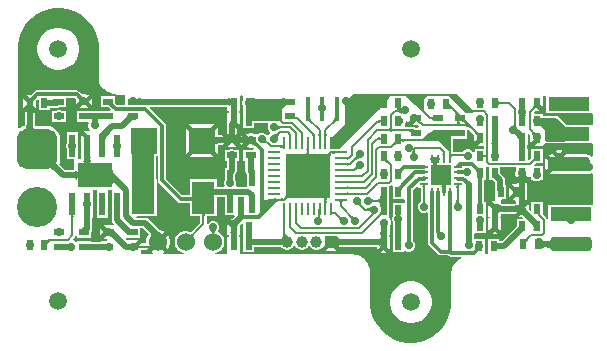
<source format=gtl>
G04*
G04 #@! TF.GenerationSoftware,Altium Limited,Altium Designer,21.6.1 (37)*
G04*
G04 Layer_Physical_Order=1*
G04 Layer_Color=255*
%FSLAX44Y44*%
%MOMM*%
G71*
G04*
G04 #@! TF.SameCoordinates,9FB014CB-82BC-4BCF-9562-701BA5A7175F*
G04*
G04*
G04 #@! TF.FilePolarity,Positive*
G04*
G01*
G75*
%ADD12C,0.2000*%
%ADD17C,0.5000*%
G04:AMPARAMS|DCode=19|XSize=1.2mm|YSize=3.5mm|CornerRadius=0.3mm|HoleSize=0mm|Usage=FLASHONLY|Rotation=90.000|XOffset=0mm|YOffset=0mm|HoleType=Round|Shape=RoundedRectangle|*
%AMROUNDEDRECTD19*
21,1,1.2000,2.9000,0,0,90.0*
21,1,0.6000,3.5000,0,0,90.0*
1,1,0.6000,1.4500,0.3000*
1,1,0.6000,1.4500,-0.3000*
1,1,0.6000,-1.4500,-0.3000*
1,1,0.6000,-1.4500,0.3000*
%
%ADD19ROUNDEDRECTD19*%
%ADD20R,3.5000X1.2000*%
%ADD21R,0.8500X0.6000*%
%ADD22R,0.6000X0.8500*%
%ADD23R,1.9050X2.7940*%
%ADD24C,1.5240*%
%ADD25C,0.7000*%
%ADD26R,0.4000X2.0000*%
%ADD27R,0.2600X1.0800*%
%ADD28R,0.7080X0.2548*%
%ADD29R,0.2548X0.7080*%
%ADD30R,1.7526X1.7526*%
%ADD31R,3.0000X2.1300*%
%ADD32R,0.6000X1.9700*%
%ADD33R,2.2000X2.3000*%
G04:AMPARAMS|DCode=34|XSize=3.4mm|YSize=3.4mm|CornerRadius=0.85mm|HoleSize=0mm|Usage=FLASHONLY|Rotation=180.000|XOffset=0mm|YOffset=0mm|HoleType=Round|Shape=RoundedRectangle|*
%AMROUNDEDRECTD34*
21,1,3.4000,1.7000,0,0,180.0*
21,1,1.7000,3.4000,0,0,180.0*
1,1,1.7000,-0.8500,0.8500*
1,1,1.7000,0.8500,0.8500*
1,1,1.7000,0.8500,-0.8500*
1,1,1.7000,-0.8500,-0.8500*
%
%ADD34ROUNDEDRECTD34*%
%ADD35C,3.4000*%
%ADD36R,1.0800X0.2600*%
%ADD37R,3.7000X3.7000*%
%ADD38R,0.5588X1.3208*%
%ADD59C,0.3000*%
%ADD60R,1.8800X7.3450*%
%ADD61R,1.0000X1.0000*%
%ADD62C,1.0000*%
%ADD63C,1.5000*%
G36*
X545253Y404157D02*
X545960Y403450D01*
X545561Y403037D01*
X544932Y402298D01*
X544703Y401972D01*
X544530Y401675D01*
X544414Y401406D01*
X544355Y401167D01*
X544352Y400956D01*
X544405Y400774D01*
X544515Y400622D01*
X543116Y402020D01*
X541576Y400480D01*
Y399230D01*
X539396Y397050D01*
X540185Y395011D01*
X540086Y395180D01*
X539945Y395281D01*
X539765Y395312D01*
X539543Y395274D01*
X539281Y395167D01*
X538977Y394991D01*
X538633Y394746D01*
X538248Y394432D01*
X537356Y393597D01*
X537274Y394929D01*
X520770Y378424D01*
D01*
X509690Y367345D01*
X510378Y366657D01*
X504251Y360530D01*
X497410D01*
X497348Y360592D01*
Y367799D01*
X497320Y369690D01*
X508848Y381218D01*
Y400318D01*
X515665Y407136D01*
X548231D01*
X545253Y404157D01*
D02*
G37*
G36*
X457780Y400230D02*
X461750D01*
X455640Y394120D01*
Y384177D01*
X427281D01*
X427531Y384427D01*
Y400230D01*
X430238D01*
X430250Y403450D01*
X430300Y403361D01*
X430450Y403281D01*
X430700Y403211D01*
X431050Y403149D01*
X431500Y403098D01*
X433450Y402999D01*
X435250Y402980D01*
Y400230D01*
X449540D01*
X452840Y402980D01*
X453779Y402985D01*
X457336Y403211D01*
X457583Y403281D01*
X457731Y403361D01*
X457780Y403450D01*
Y400230D01*
D02*
G37*
G36*
X333759Y403341D02*
X333909Y403265D01*
X334159Y403199D01*
X334509Y403141D01*
X334959Y403092D01*
X336909Y402998D01*
X338709Y402980D01*
Y397980D01*
X337759Y397976D01*
X334159Y397738D01*
X333909Y397664D01*
X333759Y397580D01*
X333709Y397486D01*
Y403425D01*
X333759Y403341D01*
D02*
G37*
G36*
X274254Y478848D02*
X279403Y477174D01*
X284227Y474717D01*
X288606Y471535D01*
X292435Y467706D01*
X295617Y463327D01*
X298074Y458503D01*
X299747Y453354D01*
X300594Y448007D01*
Y445300D01*
Y418841D01*
X300607Y418779D01*
X300597Y418716D01*
X300626Y418128D01*
X300672Y417945D01*
Y417756D01*
X300902Y416603D01*
X300998Y416371D01*
X301047Y416125D01*
X301497Y415038D01*
X301636Y414830D01*
X301732Y414598D01*
X302385Y413620D01*
X302519Y413487D01*
X302616Y413324D01*
X303011Y412888D01*
X303113Y412813D01*
X303188Y412711D01*
X304727Y411316D01*
X304890Y411219D01*
X305023Y411086D01*
X308473Y408780D01*
X308705Y408684D01*
X308914Y408545D01*
X312748Y406957D01*
X312994Y406908D01*
X313226Y406812D01*
X317296Y406002D01*
X317485D01*
X317668Y405956D01*
X319743Y405854D01*
X319806Y405864D01*
X319868Y405851D01*
X322700D01*
Y397463D01*
X316267D01*
X314610Y399120D01*
Y405156D01*
X302710D01*
Y395756D01*
X308746D01*
X310616Y393885D01*
X310130Y392712D01*
X302710D01*
Y392294D01*
X293780D01*
Y392712D01*
X281880D01*
Y383312D01*
X291124D01*
X291972Y382042D01*
X291707Y381400D01*
Y379331D01*
X292498Y377420D01*
X293134Y376784D01*
X292608Y375514D01*
X287938D01*
X292064Y371389D01*
X289236Y368560D01*
X285110Y372686D01*
Y351742D01*
X283920Y351576D01*
X282650Y351651D01*
X282650Y352834D01*
Y360720D01*
X283242Y362148D01*
Y364216D01*
X282650Y365644D01*
Y374674D01*
X273250D01*
Y365202D01*
X272842Y364216D01*
Y362148D01*
X273250Y361161D01*
Y351574D01*
X278194D01*
X279460Y351564D01*
X279460Y350304D01*
Y342657D01*
X271749D01*
X266823Y347582D01*
X267356Y348867D01*
X267735Y351749D01*
Y368749D01*
X267356Y371631D01*
X266243Y374317D01*
X264474Y376623D01*
X262168Y378393D01*
X259482Y379505D01*
X256600Y379885D01*
X246160D01*
Y390845D01*
X244436Y392569D01*
X244397Y391786D01*
X244378Y389986D01*
X239378D01*
X239373Y390937D01*
X239274Y392523D01*
X237596Y390845D01*
Y379621D01*
X236718Y379505D01*
X234032Y378393D01*
X233194Y377749D01*
X231702D01*
Y444983D01*
X231741Y445163D01*
X231801Y447980D01*
X232652Y453354D01*
X234325Y458503D01*
X236783Y463327D01*
X239965Y467706D01*
X243794Y471535D01*
X248173Y474717D01*
X252997Y477174D01*
X258146Y478847D01*
X263493Y479694D01*
X268907D01*
X274254Y478848D01*
D02*
G37*
G36*
X638748Y401040D02*
X638809Y400871D01*
X638911Y400720D01*
X639053Y400591D01*
X639235Y400480D01*
X639459Y400391D01*
X639723Y400321D01*
X640027Y400271D01*
X640373Y400241D01*
X640758Y400230D01*
Y398231D01*
X640373Y398220D01*
X640027Y398190D01*
X639723Y398140D01*
X639459Y398070D01*
X639235Y397980D01*
X639053Y397870D01*
X638911Y397741D01*
X638809Y397590D01*
X638748Y397421D01*
X638728Y397230D01*
Y401231D01*
X638748Y401040D01*
D02*
G37*
G36*
X411867Y395480D02*
X411817Y395956D01*
X411667Y396381D01*
X411417Y396755D01*
X411067Y397080D01*
X410617Y397355D01*
X410067Y397580D01*
X409417Y397756D01*
X408667Y397881D01*
X407817Y397956D01*
X406867Y397980D01*
Y402980D01*
X407817Y402985D01*
X411417Y403210D01*
X411667Y403281D01*
X411817Y403361D01*
X411867Y403450D01*
Y395480D01*
D02*
G37*
G36*
X679408Y390500D02*
X717808D01*
X718760Y389732D01*
Y381268D01*
X717808Y380500D01*
X696647D01*
X689785Y387362D01*
X688396Y388290D01*
X686757Y388616D01*
X676164D01*
Y390284D01*
X669456D01*
X668930Y391554D01*
X669817Y392440D01*
X674176D01*
X670050Y396566D01*
X672878Y399395D01*
X677004Y395269D01*
Y405451D01*
X679408D01*
Y390500D01*
D02*
G37*
G36*
X671323Y395011D02*
X671167Y395124D01*
X670984Y395181D01*
X670771D01*
X670531Y395124D01*
X670262Y395011D01*
X669965Y394841D01*
X669640Y394615D01*
X669286Y394332D01*
X668494Y393597D01*
X667080Y395011D01*
X667476Y395421D01*
X668099Y396156D01*
X668325Y396482D01*
X668494Y396779D01*
X668608Y397047D01*
X668664Y397288D01*
Y397500D01*
X668608Y397684D01*
X668494Y397839D01*
X671323Y395011D01*
D02*
G37*
G36*
X597024Y399567D02*
X597067Y399284D01*
X597138Y399001D01*
X597237Y398718D01*
X597364Y398436D01*
X597519Y398153D01*
X597703Y397870D01*
X597915Y397587D01*
X598156Y397304D01*
X598425Y397021D01*
Y394193D01*
X598156Y394447D01*
X597915Y394645D01*
X597703Y394787D01*
X597519Y394872D01*
X597364Y394900D01*
X597237Y394872D01*
X597138Y394787D01*
X597067Y394645D01*
X597024Y394447D01*
X597010Y394193D01*
Y399850D01*
X597024Y399567D01*
D02*
G37*
G36*
X617101Y391130D02*
X611241Y391130D01*
X596190Y406180D01*
X602620Y406180D01*
X617101Y391130D01*
D02*
G37*
G36*
X569861Y406080D02*
X573818D01*
X573420Y406700D01*
X573610Y406510D01*
X579360D01*
Y406120D01*
X576020Y402780D01*
Y390760D01*
X568210Y398435D01*
X567928Y397891D01*
X559880Y406080D01*
X566559D01*
X568210Y407180D01*
X569861Y406080D01*
D02*
G37*
G36*
X555830Y395021D02*
X555660Y394960D01*
X555510Y394859D01*
X555380Y394717D01*
X555270Y394534D01*
X555180Y394310D01*
X555110Y394047D01*
X555060Y393742D01*
X555041Y393523D01*
X555077Y393537D01*
X555346Y393682D01*
X555604Y393858D01*
X555849Y394067D01*
X556082Y394308D01*
X556303Y394581D01*
X556513Y394886D01*
X557540Y390095D01*
X557185Y390320D01*
X556497Y390699D01*
X556165Y390854D01*
X555840Y390984D01*
X555523Y391091D01*
X555213Y391174D01*
X554911Y391233D01*
X554617Y391269D01*
X554329Y391281D01*
X553941Y393011D01*
X553020D01*
X553010Y393397D01*
X552980Y393742D01*
X552930Y394047D01*
X552860Y394310D01*
X552770Y394534D01*
X552660Y394717D01*
X552530Y394859D01*
X552380Y394960D01*
X552210Y395021D01*
X552020Y395041D01*
X556020D01*
X555830Y395021D01*
D02*
G37*
G36*
X605127Y390333D02*
X605413Y390088D01*
X605698Y389872D01*
X605983Y389685D01*
X606266Y389526D01*
X606548Y389396D01*
X606830Y389294D01*
X607110Y389221D01*
X607390Y389177D01*
X607669Y389161D01*
X602180Y389192D01*
X602403Y389206D01*
X602572Y389248D01*
X602688Y389319D01*
X602751Y389418D01*
X602761Y389545D01*
X602718Y389701D01*
X602621Y389884D01*
X602471Y390097D01*
X602268Y390337D01*
X602012Y390606D01*
X604840D01*
X605127Y390333D01*
D02*
G37*
G36*
X661902Y394979D02*
X661823Y394883D01*
X661754Y394723D01*
X661694Y394498D01*
X661643Y394210D01*
X661601Y393858D01*
X661546Y392961D01*
X661528Y391843D01*
X661532Y391283D01*
X661694Y389092D01*
X661754Y388856D01*
X661823Y388688D01*
X661902Y388587D01*
X661990Y388553D01*
X656050D01*
X656141Y388587D01*
X656222Y388688D01*
X656294Y388856D01*
X656356Y389092D01*
X656408Y389395D01*
X656451Y389766D01*
X656508Y390710D01*
X656527Y391884D01*
X656523Y392416D01*
X656408Y394210D01*
X656356Y394498D01*
X656294Y394723D01*
X656222Y394883D01*
X656141Y394979D01*
X656050Y395011D01*
X661990D01*
X661902Y394979D01*
D02*
G37*
G36*
X417717Y394961D02*
X417637Y394811D01*
X417567Y394561D01*
X417506Y394211D01*
X417454Y393761D01*
X417367Y392038D01*
X417567Y388847D01*
X417637Y388597D01*
X417717Y388447D01*
X417806Y388397D01*
X411867D01*
X411956Y388447D01*
X412036Y388597D01*
X412107Y388847D01*
X412168Y389197D01*
X412219Y389647D01*
X412307Y391370D01*
X412107Y394561D01*
X412036Y394811D01*
X411956Y394961D01*
X411867Y395011D01*
X417806D01*
X417717Y394961D01*
D02*
G37*
G36*
X332341Y385073D02*
X331927Y385325D01*
X331447Y385441D01*
X330903Y385422D01*
X330293Y385268D01*
X329619Y384979D01*
X328879Y384555D01*
X328074Y383996D01*
X327205Y383301D01*
X325270Y381507D01*
X321735Y385042D01*
X322406Y385738D01*
X323538Y387062D01*
X323997Y387690D01*
X324386Y388295D01*
X324704Y388878D01*
X324952Y389437D01*
X325129Y389975D01*
X325235Y390490D01*
X325270Y390981D01*
X332341Y385073D01*
D02*
G37*
G36*
X466209Y388419D02*
X466267Y388273D01*
X466362Y388144D01*
X466495Y388033D01*
X466665Y387938D01*
X466873Y387861D01*
X467118Y387801D01*
X467401Y387758D01*
X467721Y387732D01*
X468078Y387724D01*
Y385724D01*
X467725Y385717D01*
X467130Y385664D01*
X466889Y385619D01*
X466684Y385560D01*
X466517Y385487D01*
X466387Y385402D01*
X466294Y385303D01*
X466238Y385192D01*
X466219Y385067D01*
X466189Y388582D01*
X466209Y388419D01*
D02*
G37*
G36*
X304280Y385512D02*
X301676Y385457D01*
X300379Y385360D01*
X299862Y385294D01*
X299433Y385215D01*
X299093Y385124D01*
X298839Y385021D01*
X298674Y384906D01*
X298245Y388012D01*
Y390512D01*
X304280Y385512D01*
D02*
G37*
G36*
X583711Y384444D02*
X583691Y384634D01*
X583630Y384804D01*
X583528Y384954D01*
X583386Y385084D01*
X583203Y385194D01*
X582980Y385284D01*
X582716Y385354D01*
X582411Y385404D01*
X582066Y385434D01*
X581680Y385444D01*
Y387444D01*
X582066Y387454D01*
X582411Y387484D01*
X582716Y387534D01*
X582980Y387604D01*
X583203Y387694D01*
X583386Y387804D01*
X583528Y387934D01*
X583630Y388084D01*
X583691Y388254D01*
X583711Y388444D01*
Y384444D01*
D02*
G37*
G36*
X502738Y384184D02*
X502585Y384295D01*
X502404Y384348D01*
X502193Y384345D01*
X501954Y384285D01*
X501685Y384169D01*
X501388Y383997D01*
X501062Y383767D01*
X500707Y383481D01*
X499910Y382740D01*
X498495Y384154D01*
X498895Y384567D01*
X499523Y385306D01*
X499752Y385632D01*
X499925Y385929D01*
X500041Y386198D01*
X500101Y386437D01*
X500104Y386648D01*
X500050Y386830D01*
X499940Y386982D01*
X502738Y384184D01*
D02*
G37*
G36*
X569564Y384808D02*
X565438Y380682D01*
X565542D01*
X566275Y380378D01*
X568678D01*
X569411Y380682D01*
X570570D01*
X571600Y379651D01*
X571114Y378478D01*
X568659D01*
X568450Y378618D01*
X567396Y378827D01*
X559560D01*
Y380773D01*
X559641Y380854D01*
X560560Y383074D01*
Y384014D01*
X561830Y384267D01*
X562280Y383181D01*
X566736Y387636D01*
X569564Y384808D01*
D02*
G37*
G36*
X479708Y386830D02*
X479655Y386648D01*
X479658Y386437D01*
X479717Y386198D01*
X479833Y385929D01*
X480006Y385632D01*
X480236Y385306D01*
X480522Y384951D01*
X481263Y384154D01*
X479849Y382740D01*
X479436Y383139D01*
X478697Y383767D01*
X478371Y383997D01*
X478073Y384169D01*
X477805Y384285D01*
X477565Y384345D01*
X477355Y384348D01*
X477173Y384295D01*
X477020Y384184D01*
X479818Y386982D01*
X479708Y386830D01*
D02*
G37*
G36*
X573574Y383238D02*
X573563Y383196D01*
X573587Y383125D01*
X573646Y383026D01*
X573738Y382899D01*
X573866Y382743D01*
X574455Y382107D01*
X574721Y381838D01*
X571892D01*
X571610Y382107D01*
X571327Y382347D01*
X571044Y382560D01*
X570761Y382743D01*
X570478Y382899D01*
X570195Y383026D01*
X569912Y383125D01*
X569630Y383196D01*
X569347Y383238D01*
X569064Y383252D01*
X573619D01*
X573574Y383238D01*
D02*
G37*
G36*
X538606Y381809D02*
X538588Y381972D01*
X538532Y382118D01*
X538439Y382247D01*
X538309Y382358D01*
X538142Y382453D01*
X537937Y382530D01*
X537696Y382590D01*
X537417Y382633D01*
X537101Y382659D01*
X536748Y382668D01*
Y384668D01*
X537101Y384676D01*
X537417Y384702D01*
X537696Y384745D01*
X537937Y384805D01*
X538142Y384882D01*
X538309Y384977D01*
X538439Y385089D01*
X538532Y385217D01*
X538588Y385363D01*
X538606Y385527D01*
Y381809D01*
D02*
G37*
G36*
X606810Y383232D02*
X606640Y383172D01*
X606490Y383073D01*
X606360Y382933D01*
X606250Y382752D01*
X606160Y382533D01*
X606090Y382272D01*
X606040Y381973D01*
X606010Y381632D01*
X606000Y381253D01*
X604000D01*
X603990Y381632D01*
X603960Y381973D01*
X603910Y382272D01*
X603840Y382533D01*
X603750Y382752D01*
X603640Y382933D01*
X603510Y383073D01*
X603360Y383172D01*
X603190Y383232D01*
X603000Y383252D01*
X607000D01*
X606810Y383232D01*
D02*
G37*
G36*
X422581Y405025D02*
Y401847D01*
X422081Y400640D01*
Y398571D01*
X422581Y397364D01*
Y393280D01*
X422999D01*
Y390127D01*
X422581D01*
Y378227D01*
X431981D01*
Y382444D01*
X443603D01*
X444158Y381174D01*
X443483Y379544D01*
Y377476D01*
X444274Y375564D01*
X445078Y374761D01*
X445505Y373750D01*
X445078Y373102D01*
X444108Y372132D01*
X444020Y371918D01*
X442655Y371941D01*
X441337Y373260D01*
X439426Y374051D01*
X437357D01*
X435446Y373260D01*
X435302Y373116D01*
X431975D01*
X430768Y373616D01*
X428365D01*
X427158Y373116D01*
X424980D01*
X429105Y368990D01*
X427691Y367576D01*
X429105Y366162D01*
X424980Y362036D01*
X427158D01*
X428365Y361536D01*
X430768D01*
X431197Y361714D01*
X431913Y360998D01*
X431430Y359832D01*
X422991D01*
Y350432D01*
X424659D01*
Y341411D01*
X424985Y339772D01*
X425903Y338398D01*
Y328282D01*
X417377D01*
X416528Y329552D01*
X416989Y330666D01*
Y332734D01*
X416198Y334646D01*
X416095Y334748D01*
Y338398D01*
X417014Y339772D01*
X417339Y341411D01*
Y350432D01*
X419007D01*
Y359832D01*
X415299D01*
X414091Y360332D01*
X412023D01*
X410816Y359832D01*
X407107D01*
Y350432D01*
X408775D01*
Y344449D01*
X407107D01*
Y333984D01*
X406590Y332734D01*
Y330666D01*
X407051Y329552D01*
X406581Y328282D01*
X400225D01*
Y334870D01*
X377775D01*
Y321113D01*
X371201D01*
X357263Y335051D01*
Y380140D01*
X357014Y381388D01*
X356307Y382447D01*
X343729Y395025D01*
X344215Y396198D01*
X409297D01*
Y392440D01*
X410555D01*
Y390967D01*
X409297D01*
Y383080D01*
X409101Y382786D01*
X408775Y381148D01*
Y373437D01*
X410191Y372021D01*
X410282Y372345D01*
X410402Y372995D01*
X410488Y373745D01*
X410540Y374595D01*
X410557Y375545D01*
X410711D01*
X411867Y379958D01*
X414978D01*
X413423Y381513D01*
X416251Y384342D01*
X420377Y380216D01*
Y390967D01*
X419119D01*
Y392440D01*
X420377D01*
Y405557D01*
X421566Y405796D01*
X422581Y405025D01*
D02*
G37*
G36*
X610486Y386081D02*
X610438Y385893D01*
X610445Y385679D01*
X610507Y385437D01*
X610624Y385168D01*
X610796Y384871D01*
X611023Y384548D01*
X611305Y384196D01*
X612034Y383412D01*
X610943Y382044D01*
X613769Y380262D01*
X614769Y377848D01*
X614481Y378117D01*
X614180Y378357D01*
X613868Y378569D01*
X613544Y378753D01*
X613209Y378909D01*
X612861Y379036D01*
X612503Y379135D01*
X612132Y379206D01*
X611749Y379248D01*
X611355Y379262D01*
X609355Y381262D01*
X609721Y381276D01*
X610019Y381319D01*
X610248Y381390D01*
X610409Y381488D01*
X610502Y381616D01*
X610526Y381771D01*
X610482Y381955D01*
X610370Y382167D01*
X610229Y382355D01*
X609611Y382882D01*
X609282Y383114D01*
X608984Y383287D01*
X608717Y383403D01*
X608479Y383460D01*
X608273Y383459D01*
X608097Y383400D01*
X607951Y383283D01*
X610589Y386241D01*
X610486Y386081D01*
D02*
G37*
G36*
X653835Y381039D02*
X653842Y380769D01*
X653901Y380191D01*
X653952Y379882D01*
X654100Y379227D01*
X654306Y378520D01*
X654571Y377761D01*
X650194Y379852D01*
X650506Y379972D01*
X650785Y380116D01*
X651031Y380282D01*
X651244Y380471D01*
X651424Y380683D01*
X651572Y380918D01*
X651687Y381176D01*
X651769Y381457D01*
X651818Y381761D01*
X651834Y382088D01*
X653835Y381039D01*
D02*
G37*
G36*
X244403Y381282D02*
X244478Y380410D01*
X244603Y379644D01*
X244778Y378982D01*
X245003Y378427D01*
X245278Y377976D01*
X245603Y377631D01*
X245978Y377392D01*
X246403Y377258D01*
X246878Y377229D01*
X236887Y376745D01*
X237360Y376822D01*
X237784Y377004D01*
X238157Y377290D01*
X238481Y377682D01*
X238755Y378179D01*
X238979Y378781D01*
X239154Y379487D01*
X239278Y380299D01*
X239353Y381216D01*
X239378Y382238D01*
X244378Y382260D01*
X244403Y381282D01*
D02*
G37*
G36*
X451390Y380780D02*
X451688Y380540D01*
X451987Y380329D01*
X452287Y380145D01*
X452587Y379990D01*
X452888Y379863D01*
X453189Y379764D01*
X453491Y379693D01*
X453793Y379651D01*
X454096Y379637D01*
X454172Y377637D01*
X453864Y377622D01*
X453560Y377577D01*
X453260Y377503D01*
X452964Y377399D01*
X452671Y377265D01*
X452383Y377102D01*
X452099Y376909D01*
X451818Y376686D01*
X451542Y376434D01*
X451269Y376152D01*
X451092Y381049D01*
X451390Y380780D01*
D02*
G37*
G36*
X548794Y378694D02*
X548854Y378354D01*
X548954Y378054D01*
X549094Y377794D01*
X549274Y377574D01*
X549494Y377394D01*
X549754Y377254D01*
X550054Y377154D01*
X550394Y377094D01*
X550774Y377074D01*
X547774Y375074D01*
X544774Y377074D01*
X545154Y377094D01*
X545494Y377154D01*
X545794Y377254D01*
X546054Y377394D01*
X546274Y377574D01*
X546454Y377794D01*
X546594Y378054D01*
X546694Y378354D01*
X546754Y378694D01*
X546774Y379074D01*
X548774D01*
X548794Y378694D01*
D02*
G37*
G36*
X592159Y376870D02*
X592249Y376795D01*
X592255Y376791D01*
X592422Y376717D01*
X592657Y376653D01*
X592959Y376598D01*
X593328Y376554D01*
X594268Y376494D01*
X595476Y376474D01*
Y376404D01*
X595682Y376395D01*
X596517Y376389D01*
Y374261D01*
X597180D01*
Y376389D01*
X598130Y376393D01*
X601981Y376618D01*
X602131Y376679D01*
X602180Y376748D01*
Y370808D01*
X602131Y370919D01*
X601981Y371017D01*
X601730Y371105D01*
X601381Y371180D01*
X600930Y371244D01*
X599730Y371337D01*
X597976Y371373D01*
X597976Y357394D01*
X588685Y366685D01*
X573174D01*
Y366922D01*
X580513Y374261D01*
X581236D01*
Y374974D01*
X581726Y374984D01*
X582629Y375061D01*
X582827Y375094D01*
X582980Y375134D01*
X583203Y375224D01*
X583386Y375334D01*
X583528Y375464D01*
X583630Y375614D01*
X583691Y375784D01*
X583711Y375974D01*
Y375299D01*
X583792Y375322D01*
X584128Y375448D01*
X584438Y375593D01*
X584723Y375758D01*
X584983Y375941D01*
Y374261D01*
X592119D01*
Y376969D01*
X592159Y376870D01*
D02*
G37*
G36*
X565181Y376748D02*
X565211Y374074D01*
X565189Y374264D01*
X565126Y374434D01*
X565023Y374584D01*
X564881Y374714D01*
X564698Y374824D01*
X564474Y374914D01*
X564211Y374984D01*
X563908Y375034D01*
X563564Y375064D01*
X563181Y375074D01*
Y377074D01*
X565181Y376748D01*
D02*
G37*
G36*
X638669Y380064D02*
X638589Y379914D01*
X638519Y379664D01*
X638458Y379314D01*
X638406Y378864D01*
X638324Y377228D01*
X638519Y374106D01*
X638589Y373856D01*
X638669Y373706D01*
X638758Y373656D01*
X632819D01*
X632909Y373706D01*
X632988Y373856D01*
X633059Y374106D01*
X633120Y374456D01*
X633172Y374906D01*
X633254Y376542D01*
X633059Y379664D01*
X632988Y379914D01*
X632909Y380064D01*
X632819Y380114D01*
X638758D01*
X638669Y380064D01*
D02*
G37*
G36*
X493379Y372607D02*
X493473Y371307D01*
X493508Y371167D01*
X493549Y371067D01*
X493595Y371007D01*
X493646Y370987D01*
X491107D01*
X491158Y371007D01*
X491204Y371067D01*
X491244Y371167D01*
X491279Y371307D01*
X491309Y371487D01*
X491333Y371707D01*
X491374Y372607D01*
X491376Y372987D01*
X493376D01*
X493379Y372607D01*
D02*
G37*
G36*
X488379D02*
X488473Y371307D01*
X488508Y371167D01*
X488549Y371067D01*
X488595Y371007D01*
X488646Y370987D01*
X486107D01*
X486158Y371007D01*
X486204Y371067D01*
X486244Y371167D01*
X486279Y371307D01*
X486309Y371487D01*
X486333Y371707D01*
X486374Y372607D01*
X486376Y372987D01*
X488376D01*
X488379Y372607D01*
D02*
G37*
G36*
X483313Y372207D02*
X483363Y371529D01*
X483393Y371363D01*
X483430Y371228D01*
X483474Y371122D01*
X483525Y371047D01*
X483582Y371002D01*
X483646Y370987D01*
X481107D01*
X481145Y371002D01*
X481180Y371047D01*
X481210Y371122D01*
X481236Y371228D01*
X481259Y371363D01*
X481277Y371529D01*
X481307Y372207D01*
X481309Y372493D01*
X483309D01*
X483313Y372207D01*
D02*
G37*
G36*
X473379Y372607D02*
X473473Y371307D01*
X473508Y371167D01*
X473549Y371067D01*
X473595Y371007D01*
X473646Y370987D01*
X471107D01*
X471158Y371007D01*
X471204Y371067D01*
X471244Y371167D01*
X471279Y371307D01*
X471309Y371487D01*
X471333Y371707D01*
X471374Y372607D01*
X471376Y372987D01*
X473376D01*
X473379Y372607D01*
D02*
G37*
G36*
X468379D02*
X468473Y371307D01*
X468508Y371167D01*
X468549Y371067D01*
X468595Y371007D01*
X468646Y370987D01*
X466107D01*
X466158Y371007D01*
X466204Y371067D01*
X466244Y371167D01*
X466279Y371307D01*
X466309Y371487D01*
X466333Y371707D01*
X466374Y372607D01*
X466376Y372987D01*
X468376D01*
X468379Y372607D01*
D02*
G37*
G36*
X463302Y372197D02*
X463354Y371525D01*
X463385Y371360D01*
X463423Y371226D01*
X463469Y371121D01*
X463521Y371046D01*
X463580Y371002D01*
X463646Y370987D01*
X461107D01*
X461143Y371002D01*
X461176Y371046D01*
X461204Y371121D01*
X461229Y371226D01*
X461250Y371360D01*
X461281Y371719D01*
X461296Y372197D01*
X461298Y372481D01*
X463298D01*
X463302Y372197D01*
D02*
G37*
G36*
X668622Y374947D02*
X668786Y374797D01*
X669024Y374613D01*
X669284Y374444D01*
X669565Y374290D01*
X669866Y374151D01*
X670190Y374027D01*
X670534Y373918D01*
X670900Y373824D01*
X671695Y373681D01*
X670328Y372661D01*
X668494Y370828D01*
X668608Y370984D01*
X668664Y371167D01*
Y371379D01*
X668656Y371414D01*
X667767Y370751D01*
X667813Y371127D01*
X667830Y371487D01*
X667818Y371831D01*
X667778Y372160D01*
X667710Y372472D01*
X667613Y372769D01*
X667487Y373050D01*
X667333Y373314D01*
X667151Y373563D01*
X666940Y373797D01*
X668002Y374578D01*
X668494Y375070D01*
X668622Y374947D01*
D02*
G37*
G36*
X620681Y375266D02*
X622029Y374126D01*
X622401Y373878D01*
X622736Y373696D01*
X623032Y373580D01*
X623116Y373563D01*
X623204Y373626D01*
X623137Y373559D01*
X623290Y373529D01*
X623510Y373545D01*
X623691Y373626D01*
X622048Y372471D01*
X620406Y370828D01*
X620516Y370981D01*
X620569Y371162D01*
X620566Y371373D01*
X620555Y371420D01*
X620406Y371315D01*
X620538Y371447D01*
X620544Y371462D01*
X620507Y371613D01*
X620391Y371881D01*
X620218Y372178D01*
X619989Y372504D01*
X619703Y372859D01*
X618961Y373656D01*
X619197Y373892D01*
X618961Y374144D01*
X620156Y375778D01*
X620681Y375266D01*
D02*
G37*
G36*
X453110Y372281D02*
X452905Y372055D01*
X452721Y371811D01*
X452559Y371547D01*
X452417Y371264D01*
X452297Y370962D01*
X452199Y370640D01*
X452121Y370299D01*
X452065Y369939D01*
X452030Y369560D01*
X452017Y369162D01*
X448612Y372685D01*
X449006Y372686D01*
X449383Y372709D01*
X449740Y372756D01*
X450079Y372825D01*
X450399Y372917D01*
X450700Y373032D01*
X450984Y373169D01*
X451248Y373330D01*
X451494Y373514D01*
X451721Y373720D01*
X453110Y372281D01*
D02*
G37*
G36*
X656207Y376314D02*
X658446Y374379D01*
X659040Y373967D01*
X659558Y373671D01*
X660000Y373493D01*
X660365Y373431D01*
X660655Y373485D01*
X660868Y373656D01*
X656050Y367356D01*
X656163Y367628D01*
X656149Y367985D01*
X656010Y368429D01*
X655744Y368957D01*
X655352Y369572D01*
X654834Y370272D01*
X653421Y371928D01*
X651503Y373927D01*
X655309Y377192D01*
X656207Y376314D01*
D02*
G37*
G36*
X538606Y367124D02*
X538587Y367314D01*
X538526Y367484D01*
X538427Y367634D01*
X538287Y367764D01*
X538106Y367874D01*
X537887Y367964D01*
X537626Y368034D01*
X537327Y368084D01*
X536987Y368114D01*
X536606Y368124D01*
Y370124D01*
X536987Y370134D01*
X537327Y370164D01*
X537626Y370214D01*
X537887Y370284D01*
X538106Y370374D01*
X538287Y370484D01*
X538427Y370614D01*
X538526Y370764D01*
X538587Y370934D01*
X538606Y371124D01*
Y367124D01*
D02*
G37*
G36*
X309855Y374020D02*
X308864Y372994D01*
X307306Y371155D01*
X306738Y370341D01*
X306311Y369599D01*
X306025Y368927D01*
X305879Y368326D01*
X305875Y367796D01*
X306012Y367337D01*
X306289Y366949D01*
X300380Y372944D01*
X300668Y372979D01*
X301000Y373085D01*
X301376Y373262D01*
X301796Y373510D01*
X302260Y373828D01*
X303321Y374676D01*
X304559Y375808D01*
X305244Y376479D01*
X309855Y374020D01*
D02*
G37*
G36*
X700740Y372320D02*
X700730Y371910D01*
X695680Y366860D01*
X677940D01*
Y376630D01*
X670236Y384334D01*
X688726D01*
X700740Y372320D01*
D02*
G37*
G36*
X556979Y369460D02*
X557040Y369290D01*
X557142Y369140D01*
X557284Y369010D01*
X557467Y368900D01*
X557690Y368810D01*
X557954Y368740D01*
X558259Y368690D01*
X558604Y368660D01*
X558989Y368650D01*
Y366650D01*
X558604Y366640D01*
X558259Y366610D01*
X557954Y366560D01*
X557690Y366490D01*
X557467Y366400D01*
X557284Y366290D01*
X557142Y366160D01*
X557040Y366010D01*
X556979Y365840D01*
X556959Y365650D01*
Y369650D01*
X556979Y369460D01*
D02*
G37*
G36*
X553879Y364905D02*
X553723Y365018D01*
X553540Y365075D01*
X553327D01*
X553087Y365018D01*
X552818Y364905D01*
X552521Y364735D01*
X552196Y364509D01*
X551842Y364226D01*
X551050Y363491D01*
X549636Y364905D01*
X550032Y365315D01*
X550654Y366050D01*
X550881Y366376D01*
X551050Y366673D01*
X551164Y366941D01*
X551220Y367182D01*
Y367394D01*
X551164Y367578D01*
X551050Y367733D01*
X553879Y364905D01*
D02*
G37*
G36*
X441886Y369364D02*
X442291Y368270D01*
X442442Y367951D01*
X442766Y367381D01*
X442940Y367131D01*
X443122Y366903D01*
X443312Y366698D01*
X442320Y364861D01*
X442082Y365076D01*
X441832Y365257D01*
X441569Y365404D01*
X441294Y365518D01*
X441006Y365598D01*
X440706Y365645D01*
X440394Y365658D01*
X440069Y365637D01*
X439731Y365582D01*
X439381Y365494D01*
X441767Y369774D01*
X441886Y369364D01*
D02*
G37*
G36*
X433084Y367725D02*
X433148Y367468D01*
X433236Y367210D01*
X433345Y366952D01*
X433478Y366695D01*
X433633Y366437D01*
X433812Y366179D01*
X434013Y365921D01*
X434237Y365663D01*
X434483Y365405D01*
X432662Y362984D01*
X432401Y363230D01*
X432140Y363446D01*
X431878Y363633D01*
X431616Y363790D01*
X431355Y363918D01*
X431093Y364015D01*
X430830Y364083D01*
X430568Y364121D01*
X430305Y364130D01*
X430043Y364109D01*
X433042Y367983D01*
X433084Y367725D01*
D02*
G37*
G36*
X638616Y365218D02*
X638541Y365128D01*
X638474Y364979D01*
X638416Y364771D01*
X638368Y364503D01*
X638328Y364176D01*
X638275Y363344D01*
X638257Y362274D01*
X633257D01*
X633252Y362833D01*
X633148Y364481D01*
X633099Y364746D01*
X633042Y364952D01*
X632977Y365099D01*
X632902Y365188D01*
X632819Y365217D01*
X638700Y365248D01*
X638616Y365218D01*
D02*
G37*
G36*
X456137Y360500D02*
X456117Y360690D01*
X456056Y360860D01*
X455955Y361010D01*
X455812Y361140D01*
X455630Y361250D01*
X455406Y361340D01*
X455142Y361410D01*
X454838Y361460D01*
X454493Y361490D01*
X454107Y361500D01*
Y363500D01*
X454493Y363510D01*
X454838Y363540D01*
X455142Y363590D01*
X455406Y363660D01*
X455630Y363750D01*
X455812Y363860D01*
X455955Y363990D01*
X456056Y364140D01*
X456117Y364310D01*
X456137Y364500D01*
Y360500D01*
D02*
G37*
G36*
X638262Y361554D02*
X638382Y359622D01*
X638437Y359312D01*
X638503Y359070D01*
X638578Y358898D01*
X638663Y358794D01*
X638758Y358759D01*
X632819D01*
X632902Y358794D01*
X632977Y358898D01*
X633042Y359070D01*
X633099Y359312D01*
X633148Y359622D01*
X633218Y360450D01*
X633252Y361554D01*
X633257Y362210D01*
X638257D01*
X638262Y361554D01*
D02*
G37*
G36*
X478595Y360228D02*
X478549Y360168D01*
X478508Y360068D01*
X478473Y359928D01*
X478444Y359748D01*
X478419Y359528D01*
X478379Y358628D01*
X478376Y358248D01*
X476376D01*
X476374Y358628D01*
X476279Y359928D01*
X476244Y360068D01*
X476204Y360168D01*
X476158Y360228D01*
X476107Y360248D01*
X478646D01*
X478595Y360228D01*
D02*
G37*
G36*
X617805Y372334D02*
Y365475D01*
X621931Y369601D01*
X624759Y366773D01*
X620633Y362647D01*
X626600D01*
Y360490D01*
X618645D01*
Y358146D01*
X617735Y357818D01*
X617375Y357789D01*
X615986Y359178D01*
X614074Y359970D01*
X612006D01*
X610094Y359178D01*
X608862Y357945D01*
X600356D01*
Y367847D01*
X600450Y369078D01*
X612350D01*
Y375992D01*
X613620Y376519D01*
X617805Y372334D01*
D02*
G37*
G36*
X568130Y359046D02*
X568140Y358700D01*
X568169Y358375D01*
X568217Y358070D01*
X568285Y357787D01*
X568373Y357524D01*
X568480Y357283D01*
X568606Y357062D01*
X568752Y356862D01*
X568917Y356682D01*
X569101Y356524D01*
X565105Y356695D01*
X565300Y356837D01*
X565474Y357001D01*
X565628Y357188D01*
X565761Y357398D01*
X565874Y357631D01*
X565966Y357886D01*
X566038Y358164D01*
X566089Y358465D01*
X566120Y358789D01*
X566130Y359135D01*
X568130Y359046D01*
D02*
G37*
G36*
X500157Y356198D02*
X500137Y356249D01*
X500077Y356295D01*
X499977Y356335D01*
X499837Y356370D01*
X499657Y356400D01*
X499437Y356424D01*
X498537Y356464D01*
X498157Y356467D01*
Y358467D01*
X498537Y358470D01*
X499837Y358564D01*
X499977Y358599D01*
X500077Y358640D01*
X500137Y358685D01*
X500157Y358737D01*
Y356198D01*
D02*
G37*
G36*
X478386Y357551D02*
X478416Y357206D01*
X478466Y356901D01*
X478536Y356637D01*
X478626Y356414D01*
X478736Y356231D01*
X478866Y356089D01*
X479016Y355987D01*
X479186Y355926D01*
X479376Y355906D01*
X475376D01*
X475566Y355926D01*
X475736Y355987D01*
X475886Y356089D01*
X476016Y356231D01*
X476126Y356414D01*
X476216Y356637D01*
X476286Y356901D01*
X476336Y357206D01*
X476366Y357551D01*
X476376Y357937D01*
X478376D01*
X478386Y357551D01*
D02*
G37*
G36*
X497260Y355937D02*
X496861Y355524D01*
X496233Y354785D01*
X496003Y354459D01*
X495831Y354161D01*
X495714Y353893D01*
X495655Y353653D01*
X495652Y353443D01*
X495705Y353261D01*
X495815Y353108D01*
X493018Y355906D01*
X493170Y355796D01*
X493352Y355742D01*
X493563Y355746D01*
X493802Y355805D01*
X494071Y355921D01*
X494368Y356094D01*
X494694Y356324D01*
X495049Y356609D01*
X495846Y357351D01*
X497260Y355937D01*
D02*
G37*
G36*
X593606Y357259D02*
X593691Y355960D01*
X593723Y355820D01*
X593759Y355720D01*
X593801Y355659D01*
X593847Y355639D01*
X591360D01*
X591406Y355659D01*
X591447Y355720D01*
X591484Y355820D01*
X591516Y355960D01*
X591542Y356139D01*
X591581Y356620D01*
X591603Y357640D01*
X593603D01*
X593606Y357259D01*
D02*
G37*
G36*
X665598Y372409D02*
X665185Y371414D01*
Y369011D01*
X665924Y367228D01*
Y365475D01*
X670050Y369601D01*
X672878Y366773D01*
X668753Y362647D01*
X677004D01*
Y364030D01*
X677940Y365127D01*
X679248D01*
X679697Y365037D01*
X694108D01*
X694424Y365100D01*
X717808D01*
X718760Y364332D01*
Y354199D01*
X717490Y353814D01*
X717103Y354394D01*
X715270Y355619D01*
X713108Y356049D01*
X695977D01*
X691914Y351985D01*
X690500Y353400D01*
X689086Y351985D01*
X685023Y356049D01*
X684108D01*
X681947Y355619D01*
X681810Y355527D01*
X688523Y348814D01*
X687108Y347400D01*
X688523Y345986D01*
X681810Y339273D01*
X681947Y339181D01*
X684108Y338751D01*
X713108D01*
X715270Y339181D01*
X715595Y339399D01*
X716511D01*
X717490Y339804D01*
X718760Y338956D01*
Y312738D01*
X681000D01*
Y301386D01*
X679730Y301261D01*
X679707Y301375D01*
X679111Y302268D01*
X676217Y305161D01*
Y307850D01*
X676164Y308116D01*
Y315800D01*
X666764D01*
Y308618D01*
X665591Y308132D01*
X664560Y309163D01*
Y313811D01*
X661715Y310967D01*
X661783Y310692D01*
X662069Y310017D01*
X662490Y309278D01*
X663046Y308474D01*
X663738Y307606D01*
X664564Y306674D01*
X665525Y305677D01*
X662037Y302095D01*
X661340Y302766D01*
X660013Y303898D01*
X659382Y304357D01*
X658772Y304746D01*
X658268Y305019D01*
X656308Y303060D01*
X658551D01*
X659535Y302076D01*
X659049Y300903D01*
X654320D01*
Y295059D01*
X641499Y282238D01*
X639709D01*
Y284028D01*
X630309D01*
Y272128D01*
X629831Y271056D01*
X627743D01*
X627265Y272128D01*
Y275837D01*
X627765Y277044D01*
Y279112D01*
X627265Y280319D01*
Y284028D01*
X618023D01*
Y287990D01*
X618645Y289003D01*
X628045D01*
Y297925D01*
X628600Y299266D01*
Y301334D01*
X628061Y302636D01*
X628045Y303900D01*
X628045Y303900D01*
X628045Y303900D01*
Y315800D01*
X626608D01*
Y333693D01*
X628045D01*
Y345015D01*
X628911Y345481D01*
X629315Y345575D01*
X630106Y345047D01*
X631089Y344851D01*
Y333693D01*
X634433D01*
X636150Y331976D01*
Y325550D01*
X636232Y325136D01*
Y317850D01*
X636232D01*
X636088Y316640D01*
X633077D01*
X637203Y312514D01*
X634375Y309685D01*
X630249Y313811D01*
Y303060D01*
X631507D01*
Y301743D01*
X630249D01*
Y290991D01*
X634375Y295117D01*
X635789Y293703D01*
X637203Y295117D01*
X641329Y290991D01*
Y301743D01*
X640071D01*
Y303060D01*
X641329D01*
Y305567D01*
X653159D01*
X654575Y306983D01*
X654250Y307075D01*
X653600Y307195D01*
X652850Y307281D01*
X652001Y307332D01*
X651050Y307350D01*
Y312350D01*
X652001Y312367D01*
X653600Y312504D01*
X654250Y312625D01*
X654800Y312780D01*
X655250Y312969D01*
X655601Y313192D01*
X655851Y313450D01*
X656001Y313742D01*
X656050Y314069D01*
Y308458D01*
X657606Y310014D01*
X658752Y308868D01*
X659889Y310231D01*
X657606Y312514D01*
X659161Y314069D01*
X656050D01*
X656140Y314119D01*
X656219Y314269D01*
X656290Y314519D01*
X656351Y314869D01*
X656403Y315319D01*
X656501Y317269D01*
X656520Y319069D01*
X661520D01*
X661525Y318119D01*
X661624Y316532D01*
X663302Y318210D01*
Y331283D01*
X661578Y333006D01*
X661539Y332224D01*
X661520Y330424D01*
X656520D01*
X656515Y331374D01*
X656416Y332961D01*
X654738Y331283D01*
Y330590D01*
X650665D01*
X654791Y326464D01*
X652126Y323800D01*
X654791Y321136D01*
X650665Y317010D01*
X652363D01*
X653480Y316640D01*
Y314132D01*
X641329D01*
Y316640D01*
X641329D01*
X641473Y317850D01*
X645632D01*
Y329750D01*
X644715D01*
Y333750D01*
X644389Y335388D01*
X643460Y336778D01*
X640489Y339749D01*
Y344837D01*
X653480D01*
Y342052D01*
X652980Y340845D01*
Y338442D01*
X653480Y337235D01*
Y335682D01*
X657606Y339807D01*
X659020Y338393D01*
X660434Y339807D01*
X664560Y335682D01*
Y336406D01*
X664835Y336655D01*
X666301Y336268D01*
X666764Y335149D01*
Y333693D01*
X668169D01*
X668263Y333599D01*
X670174Y332807D01*
X672243D01*
X674154Y333599D01*
X674248Y333693D01*
X676164D01*
Y336383D01*
X676408Y336973D01*
Y339042D01*
X676164Y339632D01*
Y345593D01*
X669456D01*
X668930Y346863D01*
X670657Y348590D01*
X676164D01*
Y360490D01*
X666764D01*
Y352483D01*
X664990Y350709D01*
X663720Y351227D01*
Y360490D01*
X663302D01*
Y363487D01*
X663720D01*
Y372630D01*
X664892Y373116D01*
X665598Y372409D01*
D02*
G37*
G36*
X600847Y354193D02*
X600463Y354183D01*
X600120Y354152D01*
X599817Y354103D01*
X599553Y354033D01*
X599330Y353942D01*
X599147Y353833D01*
X599004Y353703D01*
X598902Y353553D01*
X598839Y353382D01*
X598816Y353192D01*
X598847Y355639D01*
X600847Y356193D01*
Y354193D01*
D02*
G37*
G36*
X626334Y356350D02*
X626394Y356180D01*
X626494Y356030D01*
X626634Y355900D01*
X626814Y355790D01*
X627034Y355700D01*
X627294Y355630D01*
X627594Y355580D01*
X627934Y355550D01*
X628314Y355540D01*
Y353540D01*
X627934Y353530D01*
X627594Y353500D01*
X627294Y353450D01*
X627034Y353380D01*
X626814Y353290D01*
X626634Y353180D01*
X626494Y353050D01*
X626394Y352900D01*
X626334Y352730D01*
X626314Y352540D01*
Y356540D01*
X626334Y356350D01*
D02*
G37*
G36*
X521939Y352500D02*
X521540Y352486D01*
X521161Y352451D01*
X520801Y352394D01*
X520460Y352317D01*
X520138Y352218D01*
X519836Y352098D01*
X519553Y351956D01*
X519289Y351794D01*
X519044Y351610D01*
X518819Y351405D01*
X517378Y352792D01*
X517585Y353020D01*
X517768Y353265D01*
X517929Y353530D01*
X518067Y353813D01*
X518181Y354114D01*
X518273Y354435D01*
X518342Y354773D01*
X518388Y355131D01*
X518411Y355507D01*
X518411Y355901D01*
X521939Y352500D01*
D02*
G37*
G36*
X510911Y353698D02*
X510956Y353664D01*
X511031Y353633D01*
X511137Y353607D01*
X511273Y353584D01*
X511438Y353566D01*
X512116Y353536D01*
X512402Y353534D01*
Y351534D01*
X512116Y351530D01*
X511438Y351480D01*
X511273Y351450D01*
X511137Y351413D01*
X511031Y351369D01*
X510956Y351319D01*
X510911Y351261D01*
X510896Y351198D01*
Y353737D01*
X510911Y353698D01*
D02*
G37*
G36*
X342125Y355681D02*
X341700Y355531D01*
X341325Y355280D01*
X341000Y354930D01*
X340725Y354481D01*
X340500Y353931D01*
X340325Y353280D01*
X340200Y352531D01*
X340125Y351680D01*
X340100Y350731D01*
X335100D01*
X335075Y351680D01*
X335000Y352531D01*
X334875Y353280D01*
X334700Y353931D01*
X334475Y354481D01*
X334200Y354930D01*
X333875Y355280D01*
X333500Y355531D01*
X333075Y355681D01*
X332600Y355731D01*
X342600D01*
X342125Y355681D01*
D02*
G37*
G36*
X544405Y352527D02*
X544352Y352346D01*
X544355Y352135D01*
X544414Y351896D01*
X544530Y351627D01*
X544703Y351330D01*
X544932Y351004D01*
X545218Y350649D01*
X545960Y349852D01*
X544546Y348438D01*
X544133Y348837D01*
X543394Y349465D01*
X543067Y349694D01*
X542770Y349867D01*
X542502Y349983D01*
X542262Y350043D01*
X542052Y350046D01*
X541870Y349992D01*
X541717Y349882D01*
X544515Y352680D01*
X544405Y352527D01*
D02*
G37*
G36*
X293168Y353305D02*
X293620D01*
X293530Y353255D01*
X293451Y353105D01*
X293380Y352855D01*
X293319Y352505D01*
X293269Y352069D01*
X293375Y351428D01*
X293550Y350774D01*
X293775Y350221D01*
X294050Y349768D01*
X294375Y349416D01*
X294750Y349165D01*
X295175Y349014D01*
X295650Y348964D01*
X293157D01*
X293150Y348305D01*
X288150D01*
X288147Y348964D01*
X285650D01*
X286125Y349014D01*
X286550Y349165D01*
X286925Y349416D01*
X287250Y349768D01*
X287525Y350221D01*
X287750Y350774D01*
X287925Y351428D01*
X287986Y351797D01*
X287920Y352855D01*
X287850Y353105D01*
X287770Y353255D01*
X287680Y353305D01*
X288132D01*
X288150Y353994D01*
X293150D01*
X293168Y353305D01*
D02*
G37*
G36*
X607387Y346939D02*
X607335Y346881D01*
X607301Y346830D01*
X607284Y346784D01*
X607285Y346745D01*
X607303Y346711D01*
X607340Y346684D01*
X607393Y346662D01*
X607465Y346647D01*
X607554Y346638D01*
X607661Y346635D01*
X602323D01*
X602445Y346659D01*
X602606Y346732D01*
X602805Y346853D01*
X603042Y347023D01*
X603631Y347508D01*
X604372Y348187D01*
X605266Y349061D01*
X607387Y346939D01*
D02*
G37*
G36*
X586618Y349079D02*
X586663Y348564D01*
X586738Y348109D01*
X586843Y347715D01*
X586978Y347382D01*
X587143Y347109D01*
X587338Y346897D01*
X587563Y346745D01*
X587818Y346654D01*
X588103Y346624D01*
X582103D01*
X582388Y346654D01*
X582643Y346745D01*
X582868Y346897D01*
X583063Y347109D01*
X583228Y347382D01*
X583363Y347715D01*
X583468Y348109D01*
X583543Y348564D01*
X583588Y349079D01*
X583603Y349655D01*
X586603D01*
X586618Y349079D01*
D02*
G37*
G36*
X510916Y348685D02*
X510976Y348640D01*
X511076Y348599D01*
X511216Y348564D01*
X511396Y348535D01*
X511616Y348510D01*
X512516Y348470D01*
X512896Y348467D01*
Y346467D01*
X512516Y346464D01*
X511216Y346370D01*
X511076Y346335D01*
X510976Y346295D01*
X510916Y346249D01*
X510896Y346198D01*
Y348737D01*
X510916Y348685D01*
D02*
G37*
G36*
X521185Y343101D02*
X520819Y343164D01*
X520468Y343197D01*
X520131Y343199D01*
X519808Y343171D01*
X519500Y343112D01*
X519207Y343022D01*
X518928Y342901D01*
X518664Y342750D01*
X518414Y342568D01*
X518179Y342355D01*
X517062Y344068D01*
X517258Y344280D01*
X517441Y344515D01*
X517612Y344771D01*
X517772Y345049D01*
X517919Y345350D01*
X518053Y345672D01*
X518176Y346016D01*
X518385Y346770D01*
X518472Y347180D01*
X521185Y343101D01*
D02*
G37*
G36*
X559111Y343238D02*
X558514Y342620D01*
X557574Y341513D01*
X557232Y341024D01*
X556974Y340578D01*
X556802Y340176D01*
X556714Y339816D01*
X556711Y339499D01*
X556792Y339226D01*
X556959Y338995D01*
X552747Y343207D01*
X552977Y343041D01*
X553251Y342959D01*
X553568Y342962D01*
X553927Y343050D01*
X554330Y343223D01*
X554776Y343480D01*
X555265Y343823D01*
X555797Y344250D01*
X556990Y345359D01*
X559111Y343238D01*
D02*
G37*
G36*
X431458Y346768D02*
X431596Y345169D01*
X431716Y344519D01*
X431871Y343969D01*
X432060Y343518D01*
X432284Y343168D01*
X432542Y342919D01*
X432834Y342769D01*
X433161Y342719D01*
X427634D01*
X427407Y342769D01*
X427204Y342919D01*
X427025Y343169D01*
X426870Y343518D01*
X426739Y343969D01*
X426632Y344519D01*
X426549Y345168D01*
X426453Y346768D01*
X426441Y347719D01*
X431441D01*
X431458Y346768D01*
D02*
G37*
G36*
X510916Y343685D02*
X510976Y343640D01*
X511076Y343599D01*
X511216Y343564D01*
X511396Y343535D01*
X511616Y343510D01*
X512516Y343470D01*
X512896Y343467D01*
Y341467D01*
X512516Y341464D01*
X511216Y341370D01*
X511076Y341335D01*
X510976Y341295D01*
X510916Y341249D01*
X510896Y341198D01*
Y343737D01*
X510916Y343685D01*
D02*
G37*
G36*
X264662Y350065D02*
X264497Y349633D01*
X264455Y349149D01*
X264537Y348611D01*
X264743Y348019D01*
X265072Y347374D01*
X265525Y346676D01*
X266101Y345924D01*
X266801Y345118D01*
X267625Y344260D01*
X264090Y340724D01*
X263231Y341548D01*
X261674Y342825D01*
X260975Y343278D01*
X260330Y343607D01*
X259739Y343812D01*
X259200Y343894D01*
X258716Y343853D01*
X258285Y343687D01*
X257907Y343398D01*
X264951Y350442D01*
X264662Y350065D01*
D02*
G37*
G36*
X295490Y339904D02*
X295557Y339860D01*
X295789Y339732D01*
X296012Y339622D01*
X296227Y339533D01*
X296433Y339464D01*
X296630Y339414D01*
X296819Y339384D01*
X297000Y339374D01*
Y337374D01*
X296819Y337365D01*
X296630Y337335D01*
X296433Y337285D01*
X296227Y337216D01*
X296012Y337126D01*
X295789Y337017D01*
X295557Y336888D01*
X295490Y336844D01*
Y336382D01*
X295232Y336571D01*
X295150Y336624D01*
X295068Y336571D01*
X294811Y336382D01*
Y336844D01*
X294743Y336888D01*
X294511Y337017D01*
X294288Y337126D01*
X294073Y337216D01*
X293867Y337285D01*
X293670Y337335D01*
X293481Y337365D01*
X293300Y337374D01*
Y339374D01*
X293481Y339384D01*
X293670Y339414D01*
X293867Y339464D01*
X294073Y339533D01*
X294288Y339622D01*
X294511Y339732D01*
X294743Y339860D01*
X294811Y339904D01*
Y340366D01*
X295068Y340178D01*
X295150Y340125D01*
X295232Y340178D01*
X295490Y340366D01*
Y339904D01*
D02*
G37*
G36*
X620993Y345387D02*
X622100Y344448D01*
X622589Y344105D01*
X623035Y343848D01*
X623437Y343675D01*
X623797Y343587D01*
X624114Y343584D01*
X624387Y343666D01*
X624618Y343832D01*
X620406Y339620D01*
X620573Y339851D01*
X620654Y340124D01*
X620651Y340441D01*
X620563Y340801D01*
X620391Y341203D01*
X620133Y341649D01*
X619790Y342138D01*
X619363Y342670D01*
X618254Y343863D01*
X620375Y345984D01*
X620993Y345387D01*
D02*
G37*
G36*
X610269Y338228D02*
X610066Y338397D01*
X609845Y338548D01*
X609607Y338682D01*
X609352Y338797D01*
X609081Y338895D01*
X608792Y338976D01*
X608486Y339038D01*
X608163Y339082D01*
X607823Y339109D01*
X607466Y339118D01*
X607280Y342118D01*
X607638Y342128D01*
X607976Y342158D01*
X608296Y342208D01*
X608596Y342278D01*
X608877Y342369D01*
X609139Y342479D01*
X609382Y342609D01*
X609606Y342759D01*
X609810Y342930D01*
X609995Y343120D01*
X610269Y338228D01*
D02*
G37*
G36*
X587702Y342458D02*
X587962Y342238D01*
X588223Y342044D01*
X588485Y341877D01*
X588747Y341736D01*
X589010Y341621D01*
X589273Y341532D01*
X589538Y341469D01*
X589803Y341432D01*
X590068Y341422D01*
X586604Y337957D01*
X586593Y338223D01*
X586557Y338488D01*
X586494Y338752D01*
X586405Y339016D01*
X586290Y339278D01*
X586148Y339541D01*
X585981Y339802D01*
X585787Y340063D01*
X585568Y340323D01*
X585322Y340582D01*
X587443Y342704D01*
X587702Y342458D01*
D02*
G37*
G36*
X510916Y338685D02*
X510976Y338640D01*
X511076Y338599D01*
X511216Y338564D01*
X511396Y338535D01*
X511616Y338510D01*
X512516Y338470D01*
X512896Y338467D01*
Y336467D01*
X512516Y336464D01*
X511216Y336370D01*
X511076Y336335D01*
X510976Y336295D01*
X510916Y336249D01*
X510896Y336198D01*
Y338737D01*
X510916Y338685D01*
D02*
G37*
G36*
X282061Y333374D02*
X282011Y333849D01*
X281860Y334274D01*
X281608Y334649D01*
X281256Y334974D01*
X280803Y335249D01*
X280250Y335474D01*
X279596Y335649D01*
X278841Y335774D01*
X277986Y335849D01*
X277031Y335874D01*
Y340874D01*
X277986Y340899D01*
X278841Y340974D01*
X279596Y341099D01*
X280250Y341274D01*
X280803Y341499D01*
X281256Y341774D01*
X281608Y342099D01*
X281860Y342474D01*
X282011Y342899D01*
X282061Y343374D01*
Y333374D01*
D02*
G37*
G36*
X340125Y337189D02*
X340200Y336339D01*
X340325Y335589D01*
X340500Y334939D01*
X340725Y334389D01*
X341000Y333940D01*
X341325Y333590D01*
X341700Y333340D01*
X342125Y333190D01*
X342600Y333139D01*
X332600D01*
X333075Y333190D01*
X333500Y333340D01*
X333875Y333590D01*
X334200Y333940D01*
X334475Y334389D01*
X334700Y334939D01*
X334875Y335589D01*
X335000Y336339D01*
X335075Y337189D01*
X335100Y338139D01*
X340100D01*
X340125Y337189D01*
D02*
G37*
G36*
X510916Y333685D02*
X510976Y333640D01*
X511076Y333599D01*
X511216Y333564D01*
X511396Y333535D01*
X511616Y333510D01*
X512516Y333470D01*
X512896Y333467D01*
Y331467D01*
X512516Y331464D01*
X511216Y331370D01*
X511076Y331335D01*
X510976Y331295D01*
X510916Y331249D01*
X510896Y331198D01*
Y333737D01*
X510916Y333685D01*
D02*
G37*
G36*
X312023Y343577D02*
X312182Y342817D01*
X312447Y342021D01*
X312818Y341190D01*
X313295Y340324D01*
X313879Y339422D01*
X314568Y338486D01*
X316265Y336506D01*
X317273Y335463D01*
X315505Y330159D01*
X314833Y330796D01*
X314232Y331291D01*
X313702Y331644D01*
X313242Y331856D01*
X312853Y331927D01*
X312535Y331856D01*
X312288Y331644D01*
X312111Y331291D01*
X312005Y330796D01*
X311970Y330159D01*
Y344301D01*
X312023Y343577D01*
D02*
G37*
G36*
X559111Y328957D02*
X558479Y328305D01*
X557494Y327152D01*
X557140Y326652D01*
X556878Y326202D01*
X556710Y325803D01*
X556633Y325455D01*
X556649Y325157D01*
X556758Y324911D01*
X556959Y324715D01*
X551974Y328154D01*
X552250Y328033D01*
X552583Y328010D01*
X552971Y328085D01*
X553417Y328258D01*
X553919Y328531D01*
X554478Y328901D01*
X555093Y329370D01*
X556493Y330603D01*
X557278Y331367D01*
X559111Y328957D01*
D02*
G37*
G36*
X606113Y329189D02*
X605943Y329128D01*
X605793Y329026D01*
X605663Y328884D01*
X605553Y328701D01*
X605463Y328478D01*
X605393Y328214D01*
X605343Y327910D01*
X605313Y327564D01*
X605303Y327178D01*
X603303D01*
X603293Y327564D01*
X603263Y327910D01*
X603213Y328214D01*
X603143Y328478D01*
X603053Y328701D01*
X602943Y328884D01*
X602813Y329026D01*
X602663Y329128D01*
X602493Y329189D01*
X602303Y329209D01*
X606303D01*
X606113Y329189D01*
D02*
G37*
G36*
X577591D02*
X577421Y329128D01*
X577271Y329026D01*
X577141Y328884D01*
X577031Y328701D01*
X576941Y328478D01*
X576871Y328214D01*
X576821Y327910D01*
X576791Y327564D01*
X576781Y327178D01*
X574781D01*
X574771Y327564D01*
X574741Y327910D01*
X574691Y328214D01*
X574621Y328478D01*
X574531Y328701D01*
X574421Y328884D01*
X574291Y329026D01*
X574141Y329128D01*
X573971Y329189D01*
X573781Y329209D01*
X577781D01*
X577591Y329189D01*
D02*
G37*
G36*
X478444Y329149D02*
X478488Y328845D01*
X478560Y328544D01*
X478662Y328245D01*
X478792Y327949D01*
X478952Y327654D01*
X479140Y327362D01*
X479358Y327072D01*
X479604Y326785D01*
X479880Y326499D01*
X474980D01*
X475255Y326785D01*
X475502Y327072D01*
X475719Y327362D01*
X475908Y327654D01*
X476067Y327949D01*
X476198Y328245D01*
X476299Y328544D01*
X476372Y328845D01*
X476415Y329149D01*
X476430Y329454D01*
X478430D01*
X478444Y329149D01*
D02*
G37*
G36*
X510916Y328685D02*
X510976Y328640D01*
X511076Y328599D01*
X511216Y328564D01*
X511396Y328535D01*
X511616Y328510D01*
X512516Y328470D01*
X512896Y328467D01*
Y326467D01*
X512516Y326464D01*
X511216Y326370D01*
X511076Y326335D01*
X510976Y326295D01*
X510916Y326249D01*
X510896Y326198D01*
Y328737D01*
X510916Y328685D01*
D02*
G37*
G36*
X595318Y329160D02*
X595063Y329070D01*
X594838Y328919D01*
X594643Y328709D01*
X594478Y328439D01*
X594343Y328110D01*
X594238Y327719D01*
X594163Y327270D01*
X594118Y326759D01*
X594103Y326189D01*
X591103D01*
X591088Y326759D01*
X591043Y327270D01*
X590968Y327719D01*
X590863Y328110D01*
X590728Y328439D01*
X590563Y328709D01*
X590368Y328919D01*
X590143Y329070D01*
X589888Y329160D01*
X589603Y329189D01*
X595603D01*
X595318Y329160D01*
D02*
G37*
G36*
X510916Y323685D02*
X510976Y323640D01*
X511076Y323599D01*
X511216Y323564D01*
X511396Y323535D01*
X511616Y323510D01*
X512516Y323470D01*
X512896Y323467D01*
Y321467D01*
X512516Y321464D01*
X511216Y321370D01*
X511076Y321335D01*
X510976Y321295D01*
X510916Y321249D01*
X510896Y321198D01*
Y323737D01*
X510916Y323685D01*
D02*
G37*
G36*
X414365Y319350D02*
X408838D01*
X408891Y319397D01*
X408940Y319536D01*
X408982Y319769D01*
X409019Y320094D01*
X409095Y321629D01*
X409120Y324000D01*
X414120D01*
X414365Y319350D01*
D02*
G37*
G36*
X461735Y318998D02*
X461580Y319111D01*
X461396Y319167D01*
X461184D01*
X460943Y319111D01*
X460675Y318998D01*
X460378Y318828D01*
X460052Y318602D01*
X459699Y318319D01*
X458907Y317583D01*
X457493Y318998D01*
X457889Y319408D01*
X458511Y320143D01*
X458737Y320468D01*
X458907Y320765D01*
X459020Y321034D01*
X459077Y321274D01*
Y321487D01*
X459020Y321670D01*
X458907Y321826D01*
X461735Y318998D01*
D02*
G37*
G36*
X494186Y319008D02*
X494016Y318947D01*
X493866Y318845D01*
X493736Y318703D01*
X493626Y318521D01*
X493536Y318297D01*
X493466Y318033D01*
X493416Y317729D01*
X493386Y317383D01*
X493376Y316998D01*
X491376D01*
X491366Y317383D01*
X491336Y317729D01*
X491286Y318033D01*
X491216Y318297D01*
X491126Y318521D01*
X491016Y318703D01*
X490886Y318845D01*
X490736Y318947D01*
X490566Y319008D01*
X490376Y319028D01*
X494376D01*
X494186Y319008D01*
D02*
G37*
G36*
X454616Y318685D02*
X454676Y318640D01*
X454776Y318599D01*
X454916Y318564D01*
X455096Y318535D01*
X455316Y318510D01*
X456216Y318470D01*
X456596Y318467D01*
Y316467D01*
X456216Y316464D01*
X454916Y316370D01*
X454776Y316335D01*
X454676Y316295D01*
X454616Y316249D01*
X454596Y316198D01*
Y318737D01*
X454616Y318685D01*
D02*
G37*
G36*
X493379Y316307D02*
X493473Y315007D01*
X493508Y314867D01*
X493549Y314767D01*
X493595Y314707D01*
X493646Y314687D01*
X491107D01*
X491158Y314707D01*
X491204Y314767D01*
X491244Y314867D01*
X491279Y315007D01*
X491309Y315187D01*
X491333Y315407D01*
X491374Y316307D01*
X491376Y316687D01*
X493376D01*
X493379Y316307D01*
D02*
G37*
G36*
X531382Y318210D02*
X531566Y318048D01*
X531769Y317905D01*
X531993Y317782D01*
X532238Y317677D01*
X532502Y317591D01*
X532787Y317524D01*
X533092Y317477D01*
X533418Y317448D01*
X533764Y317439D01*
X533906Y315439D01*
X533559Y315428D01*
X533236Y315397D01*
X532936Y315345D01*
X532660Y315273D01*
X532407Y315179D01*
X532177Y315065D01*
X531971Y314930D01*
X531788Y314774D01*
X531628Y314598D01*
X531492Y314401D01*
X531219Y318391D01*
X531382Y318210D01*
D02*
G37*
G36*
X507336Y316208D02*
X507166Y316147D01*
X507016Y316045D01*
X506886Y315903D01*
X506776Y315721D01*
X506686Y315497D01*
X506616Y315233D01*
X506566Y314929D01*
X506536Y314583D01*
X506526Y314198D01*
X504526D01*
X504516Y314583D01*
X504486Y314929D01*
X504436Y315233D01*
X504366Y315497D01*
X504276Y315721D01*
X504166Y315903D01*
X504036Y316045D01*
X503886Y316147D01*
X503716Y316208D01*
X503526Y316228D01*
X507526D01*
X507336Y316208D01*
D02*
G37*
G36*
X605318Y316419D02*
X605361Y316116D01*
X605434Y315815D01*
X605535Y315516D01*
X605666Y315220D01*
X605825Y314925D01*
X606014Y314633D01*
X606231Y314343D01*
X606478Y314056D01*
X606753Y313770D01*
X601853D01*
X602129Y314056D01*
X602375Y314343D01*
X602593Y314633D01*
X602781Y314925D01*
X602941Y315220D01*
X603071Y315516D01*
X603173Y315815D01*
X603245Y316116D01*
X603289Y316419D01*
X603303Y316725D01*
X605303D01*
X605318Y316419D01*
D02*
G37*
G36*
X385764Y319615D02*
X385841Y319619D01*
Y319355D01*
X386797Y316117D01*
X391319Y316639D01*
X391068Y316315D01*
X390646Y315675D01*
X390475Y315360D01*
X390330Y315048D01*
X390211Y314739D01*
X390119Y314433D01*
X390053Y314131D01*
X390013Y313831D01*
X390000Y313534D01*
X388000Y313293D01*
X387985Y313605D01*
X387938Y313911D01*
X387861Y314208D01*
X387752Y314498D01*
X387613Y314780D01*
X387443Y315054D01*
X387241Y315322D01*
X387009Y315581D01*
X386746Y315833D01*
X386666Y315899D01*
X386456Y315988D01*
X386211Y316073D01*
X385950Y316147D01*
X385841Y316171D01*
Y316082D01*
X385740Y316133D01*
X385546Y316178D01*
X385257Y316219D01*
X384398Y316283D01*
X380608Y316350D01*
Y319350D01*
X384358Y319543D01*
X384589Y319634D01*
X384823Y319758D01*
X385033Y319906D01*
X385216Y320076D01*
X385375Y320268D01*
X385508Y320484D01*
X385764Y319615D01*
D02*
G37*
G36*
X450076Y317239D02*
X449065Y316228D01*
X453277D01*
X452848Y316196D01*
X452396Y316100D01*
X451922Y315939D01*
X451425Y315714D01*
X450906Y315425D01*
X450365Y315072D01*
X449801Y314654D01*
X448605Y313626D01*
X447974Y313016D01*
X446383Y313546D01*
X440855Y308018D01*
X439575Y304616D01*
X437453Y302495D01*
X434893Y304177D01*
X435296Y304610D01*
X435657Y305061D01*
X435975Y305529D01*
X436250Y306015D01*
X436484Y306518D01*
X436675Y307039D01*
X436823Y307577D01*
X436929Y308134D01*
X436993Y308707D01*
X437014Y309298D01*
X437440Y309724D01*
Y317260D01*
X450055D01*
X450076Y317239D01*
D02*
G37*
G36*
X522244Y315061D02*
X522229Y314825D01*
X522246Y314586D01*
X522294Y314346D01*
X522374Y314104D01*
X522485Y313859D01*
X522628Y313612D01*
X522803Y313364D01*
X523009Y313113D01*
X523247Y312861D01*
X521708Y311571D01*
X521457Y311809D01*
X521207Y312019D01*
X520958Y312202D01*
X520709Y312358D01*
X520461Y312486D01*
X520214Y312586D01*
X519968Y312660D01*
X519723Y312706D01*
X519478Y312724D01*
X519235Y312715D01*
X522291Y315296D01*
X522244Y315061D01*
D02*
G37*
G36*
X541320Y319746D02*
X544546D01*
X544456Y319713D01*
X544376Y319613D01*
X544306Y319448D01*
X544245Y319216D01*
X544193Y318919D01*
X544151Y318555D01*
X544095Y317629D01*
X544076Y316439D01*
X544081Y315810D01*
X544193Y313958D01*
X544245Y313661D01*
X544306Y313429D01*
X544376Y313264D01*
X544456Y313165D01*
X544546Y313132D01*
X541320D01*
X539076Y310439D01*
X539056Y311389D01*
X538996Y312239D01*
X538896Y312989D01*
X538865Y313132D01*
X538606D01*
X538696Y313165D01*
X538776Y313264D01*
X538816Y313359D01*
X538756Y313639D01*
X538576Y314189D01*
X538356Y314639D01*
X538096Y314989D01*
X537796Y315239D01*
X537703Y315280D01*
X536779Y315369D01*
X535196Y315431D01*
X534285Y315439D01*
Y317439D01*
X535196Y317446D01*
X537733Y317611D01*
X537796Y317639D01*
X538096Y317889D01*
X538356Y318239D01*
X538576Y318689D01*
X538756Y319239D01*
X538816Y319518D01*
X538776Y319613D01*
X538696Y319713D01*
X538606Y319746D01*
X538865D01*
X538896Y319889D01*
X539056Y321489D01*
X539076Y322439D01*
X541320Y319746D01*
D02*
G37*
G36*
X530877Y306550D02*
X530591Y306826D01*
X530303Y307072D01*
X530014Y307290D01*
X529722Y307478D01*
X529427Y307638D01*
X529131Y307768D01*
X528832Y307869D01*
X528531Y307942D01*
X528227Y307985D01*
X527922Y308000D01*
Y310000D01*
X528227Y310014D01*
X528531Y310058D01*
X528832Y310131D01*
X529131Y310232D01*
X529427Y310362D01*
X529722Y310522D01*
X530014Y310711D01*
X530303Y310928D01*
X530591Y311175D01*
X530877Y311450D01*
Y306550D01*
D02*
G37*
G36*
X541435Y304723D02*
X541282Y304833D01*
X541100Y304887D01*
X540890Y304884D01*
X540650Y304824D01*
X540382Y304708D01*
X540085Y304535D01*
X539758Y304306D01*
X539403Y304020D01*
X538606Y303278D01*
X537192Y304693D01*
X537591Y305105D01*
X538220Y305844D01*
X538449Y306171D01*
X538622Y306468D01*
X538738Y306736D01*
X538798Y306976D01*
X538801Y307187D01*
X538747Y307368D01*
X538637Y307521D01*
X541435Y304723D01*
D02*
G37*
G36*
X498634Y307884D02*
X498691Y307738D01*
X498786Y307610D01*
X498918Y307498D01*
X499088Y307403D01*
X499296Y307326D01*
X499541Y307266D01*
X499825Y307223D01*
X500146Y307197D01*
X500505Y307189D01*
Y305189D01*
X500146Y305180D01*
X499825Y305154D01*
X499541Y305111D01*
X499296Y305051D01*
X499088Y304974D01*
X498918Y304879D01*
X498786Y304768D01*
X498691Y304639D01*
X498634Y304493D01*
X498615Y304330D01*
Y308048D01*
X498634Y307884D01*
D02*
G37*
G36*
X674434Y305630D02*
X674464Y304021D01*
X672464D01*
X672458Y304331D01*
X672409Y304854D01*
X672367Y305067D01*
X672312Y305247D01*
X672245Y305395D01*
X672166Y305510D01*
X672074Y305593D01*
X671971Y305643D01*
X671855Y305661D01*
X674434Y305630D01*
D02*
G37*
G36*
X390810Y305271D02*
X390640Y305210D01*
X390490Y305108D01*
X390360Y304966D01*
X390250Y304783D01*
X390160Y304560D01*
X390090Y304296D01*
X390040Y303991D01*
X390010Y303646D01*
X390000Y303260D01*
X388000D01*
X387990Y303646D01*
X387960Y303991D01*
X387910Y304296D01*
X387840Y304560D01*
X387750Y304783D01*
X387640Y304966D01*
X387510Y305108D01*
X387360Y305210D01*
X387190Y305271D01*
X387000Y305291D01*
X391000D01*
X390810Y305271D01*
D02*
G37*
G36*
X311350Y325174D02*
Y302075D01*
X311768D01*
Y300110D01*
X312094Y298471D01*
X313022Y297082D01*
X313390Y296713D01*
X312904Y295540D01*
X311068D01*
X309861Y296040D01*
X307458D01*
X306251Y295540D01*
X304698D01*
X308824Y291414D01*
X307410Y290000D01*
X308670Y288740D01*
X312879Y292969D01*
X312915Y292704D01*
X313021Y292391D01*
X313197Y292033D01*
X313445Y291627D01*
X313763Y291176D01*
X314612Y290133D01*
X315743Y288905D01*
X316415Y288221D01*
X314069Y283495D01*
X313041Y284489D01*
X311198Y286051D01*
X310383Y286620D01*
X309640Y287048D01*
X308969Y287334D01*
X308369Y287478D01*
X307841Y287481D01*
X307665Y287427D01*
X304698Y284460D01*
X306251D01*
X307458Y283960D01*
X307516D01*
X307724Y282776D01*
X306469Y282256D01*
X302710D01*
Y281838D01*
X293780D01*
Y282256D01*
X281880D01*
Y282256D01*
X280894Y281848D01*
X280564Y282178D01*
X279223Y282734D01*
X278925Y284232D01*
X279897Y285203D01*
X279897Y285203D01*
X280493Y286097D01*
X280610Y286682D01*
X281880Y286557D01*
Y285300D01*
X293780D01*
Y289945D01*
X294606Y291181D01*
X294932Y292820D01*
Y302075D01*
X295350D01*
Y311383D01*
X295850Y312590D01*
Y314659D01*
X295350Y315866D01*
X295350Y325174D01*
X296616Y325184D01*
X297384D01*
X298650Y325174D01*
X298650Y323914D01*
Y302075D01*
X308050D01*
Y323914D01*
X308050Y325174D01*
X309316Y325184D01*
X310084D01*
X311350Y325174D01*
D02*
G37*
G36*
X488538Y303928D02*
X488441Y303868D01*
X488355Y303768D01*
X488281Y303628D01*
X488219Y303448D01*
X488167Y303228D01*
X488128Y302968D01*
X488099Y302668D01*
X488076Y301948D01*
X486076D01*
X486107Y303948D01*
X488646D01*
X488538Y303928D01*
D02*
G37*
G36*
X468595D02*
X468549Y303868D01*
X468508Y303768D01*
X468473Y303628D01*
X468444Y303448D01*
X468419Y303228D01*
X468379Y302328D01*
X468376Y301948D01*
X466376D01*
X466374Y302328D01*
X466279Y303628D01*
X466244Y303768D01*
X466204Y303868D01*
X466158Y303928D01*
X466107Y303948D01*
X468646D01*
X468595Y303928D01*
D02*
G37*
G36*
X463595D02*
X463549Y303868D01*
X463508Y303768D01*
X463473Y303628D01*
X463444Y303448D01*
X463419Y303228D01*
X463379Y302328D01*
X463376Y301948D01*
X461376D01*
X461374Y302328D01*
X461279Y303628D01*
X461244Y303768D01*
X461204Y303868D01*
X461158Y303928D01*
X461107Y303948D01*
X463646D01*
X463595Y303928D01*
D02*
G37*
G36*
X458595D02*
X458549Y303868D01*
X458508Y303768D01*
X458473Y303628D01*
X458444Y303448D01*
X458419Y303228D01*
X458379Y302328D01*
X458376Y301948D01*
X456376D01*
X456374Y302328D01*
X456279Y303628D01*
X456244Y303768D01*
X456204Y303868D01*
X456158Y303928D01*
X456107Y303948D01*
X458646D01*
X458595Y303928D01*
D02*
G37*
G36*
X279760Y303815D02*
X279590Y303754D01*
X279440Y303653D01*
X279310Y303510D01*
X279200Y303328D01*
X279110Y303104D01*
X279040Y302840D01*
X278990Y302536D01*
X278960Y302191D01*
X278950Y301805D01*
X276950D01*
X276940Y302191D01*
X276910Y302536D01*
X276860Y302840D01*
X276790Y303104D01*
X276700Y303328D01*
X276590Y303510D01*
X276460Y303653D01*
X276310Y303754D01*
X276140Y303815D01*
X275950Y303835D01*
X279950D01*
X279760Y303815D01*
D02*
G37*
G36*
X515039Y303822D02*
X515281Y303638D01*
X515544Y303472D01*
X515826Y303325D01*
X516129Y303196D01*
X516452Y303086D01*
X516795Y302994D01*
X517158Y302921D01*
X517542Y302866D01*
X517946Y302830D01*
X514230Y299636D01*
X514251Y300023D01*
X514246Y300393D01*
X514216Y300745D01*
X514161Y301079D01*
X514080Y301397D01*
X513973Y301696D01*
X513841Y301979D01*
X513684Y302244D01*
X513500Y302491D01*
X513292Y302721D01*
X514818Y304024D01*
X515039Y303822D01*
D02*
G37*
G36*
X638808Y313742D02*
X638958Y313450D01*
X639208Y313192D01*
X639558Y312969D01*
X640008Y312780D01*
X640558Y312625D01*
X641208Y312504D01*
X641958Y312418D01*
X642808Y312367D01*
X643758Y312350D01*
Y307350D01*
X642808Y307332D01*
X641208Y307195D01*
X640558Y307075D01*
X640008Y306920D01*
X639558Y306731D01*
X639208Y306507D01*
X638958Y306249D01*
X638808Y305957D01*
X638758Y305630D01*
X638669Y305580D01*
X638589Y305430D01*
X638519Y305180D01*
X638458Y304830D01*
X638406Y304380D01*
X638324Y302744D01*
X638519Y299622D01*
X638589Y299372D01*
X638669Y299222D01*
X638758Y299172D01*
X632819D01*
X632909Y299222D01*
X632988Y299372D01*
X633059Y299622D01*
X633120Y299972D01*
X633172Y300422D01*
X633254Y302058D01*
X633059Y305180D01*
X632988Y305430D01*
X632909Y305580D01*
X632819Y305630D01*
X638758D01*
Y314069D01*
X638808Y313742D01*
D02*
G37*
G36*
X624346Y300035D02*
X624404Y299153D01*
X624417Y299142D01*
X622272D01*
X622286Y299153D01*
X622299Y299186D01*
X622309Y299241D01*
X622319Y299318D01*
X622333Y299539D01*
X622345Y300245D01*
X624345D01*
X624346Y300035D01*
D02*
G37*
G36*
X504827Y303303D02*
X505078Y303121D01*
X505341Y302972D01*
X505618Y302855D01*
X505909Y302771D01*
X506213Y302719D01*
X506530Y302699D01*
X506861Y302711D01*
X507205Y302756D01*
X507563Y302833D01*
X505022Y298643D01*
X504918Y299054D01*
X504681Y299807D01*
X504547Y300151D01*
X504251Y300770D01*
X504088Y301046D01*
X503915Y301299D01*
X503733Y301530D01*
X503540Y301739D01*
X504591Y303517D01*
X504827Y303303D01*
D02*
G37*
G36*
X556525Y300757D02*
X556637Y298905D01*
X556689Y298608D01*
X556750Y298376D01*
X556820Y298211D01*
X556900Y298112D01*
X556990Y298079D01*
X551050D01*
X551140Y298112D01*
X551219Y298211D01*
X551290Y298376D01*
X551351Y298608D01*
X551403Y298905D01*
X551445Y299269D01*
X551501Y300195D01*
X551520Y301386D01*
X556520D01*
X556525Y300757D01*
D02*
G37*
G36*
X625512Y297509D02*
X625290Y297324D01*
X625092Y297124D01*
X624917Y296908D01*
X624765Y296676D01*
X624637Y296428D01*
X624532Y296165D01*
X624450Y295886D01*
X624392Y295590D01*
X624356Y295280D01*
X624345Y294953D01*
X622345D01*
X622333Y295285D01*
X622299Y295602D01*
X622242Y295903D01*
X622162Y296189D01*
X622059Y296459D01*
X621933Y296714D01*
X621785Y296953D01*
X621613Y297176D01*
X621418Y297384D01*
X621201Y297577D01*
X625512Y297509D01*
D02*
G37*
G36*
X293139Y297020D02*
X292974Y294769D01*
X292875Y294219D01*
X292754Y293769D01*
X292611Y293419D01*
X292446Y293169D01*
X292258Y293020D01*
X292049Y292969D01*
X285650D01*
X286125Y293020D01*
X286550Y293169D01*
X286925Y293419D01*
X287250Y293769D01*
X287525Y294219D01*
X287750Y294769D01*
X287925Y295420D01*
X288050Y296169D01*
X288125Y297020D01*
X288150Y297969D01*
X293150D01*
X293139Y297020D01*
D02*
G37*
G36*
X407107Y304473D02*
X414981D01*
X415507Y303203D01*
X412953Y300649D01*
X412125D01*
X413634Y299140D01*
X414646Y299988D01*
X417188Y302374D01*
X418206Y303382D01*
X418499Y303015D01*
X418497Y303587D01*
X418330Y306074D01*
X418286Y306171D01*
X418236Y306203D01*
X423763D01*
X423713Y306171D01*
X423668Y306074D01*
X423628Y305913D01*
X423594Y305687D01*
X423541Y305040D01*
X423502Y303587D01*
X423499Y302973D01*
X418532D01*
X421342Y299446D01*
X420343Y298413D01*
X418774Y296563D01*
X418204Y295747D01*
X417776Y295004D01*
X417490Y294333D01*
X417348Y293735D01*
X417348Y293209D01*
X417491Y292756D01*
X417776Y292375D01*
X414889Y295162D01*
X413423Y293695D01*
X409297Y297821D01*
Y287069D01*
X410555D01*
Y285596D01*
X409297D01*
Y272016D01*
X408566Y271049D01*
X398921D01*
X398827Y272280D01*
X401197Y272915D01*
X403323Y274142D01*
X405058Y275877D01*
X406285Y278003D01*
X406920Y280373D01*
Y282827D01*
X406285Y285197D01*
X405058Y287323D01*
X403323Y289058D01*
X402271Y289665D01*
X401821Y291010D01*
X402612Y292922D01*
Y294990D01*
X401821Y296902D01*
X400358Y298364D01*
X398447Y299156D01*
X396378D01*
X394467Y298364D01*
X393023Y296921D01*
X392915Y296923D01*
X391753Y297200D01*
Y303530D01*
X400225D01*
Y319718D01*
X407107D01*
Y304473D01*
D02*
G37*
G36*
X669190Y302036D02*
X670514Y300905D01*
X671142Y300445D01*
X671747Y300056D01*
X672330Y299738D01*
X672889Y299491D01*
X673427Y299314D01*
X673941Y299208D01*
X674434Y299172D01*
X668494Y292101D01*
X668750Y292518D01*
X668869Y292999D01*
X668854Y293545D01*
X668704Y294155D01*
X668418Y294830D01*
X667996Y295569D01*
X667440Y296373D01*
X666748Y297242D01*
X665921Y298175D01*
X664959Y299172D01*
X668494Y302708D01*
X669190Y302036D01*
D02*
G37*
G36*
X350737Y333700D02*
X350986Y332451D01*
X351693Y331393D01*
X367542Y315543D01*
X368601Y314836D01*
X369850Y314588D01*
X377775D01*
Y303530D01*
X386247D01*
Y297640D01*
X378455Y289848D01*
X377697Y290285D01*
X375327Y290920D01*
X372873D01*
X370503Y290285D01*
X368377Y289058D01*
X366642Y287323D01*
X365415Y285197D01*
X364780Y282827D01*
Y280373D01*
X365415Y278003D01*
X366642Y275877D01*
X368377Y274142D01*
X370503Y272915D01*
X372873Y272280D01*
X372779Y271049D01*
X355185D01*
X354845Y272319D01*
X356245Y273127D01*
X350600Y278772D01*
X344955Y273127D01*
X346355Y272319D01*
X346015Y271049D01*
X337011D01*
X336280Y272016D01*
Y274803D01*
X340975D01*
X349186Y283014D01*
X356245Y290073D01*
X354522Y291068D01*
X351938Y291760D01*
X351754D01*
X342686Y300828D01*
X341297Y301756D01*
X339658Y302082D01*
X332221D01*
X332178Y302147D01*
X332856Y303417D01*
X347600D01*
X348170Y303530D01*
X349425D01*
Y334870D01*
X349333D01*
Y354000D01*
X350737D01*
Y333700D01*
D02*
G37*
G36*
X399587Y291171D02*
X399340Y290884D01*
X399123Y290594D01*
X398934Y290302D01*
X398775Y290007D01*
X398646Y289714D01*
X398664Y289668D01*
X398774Y289467D01*
X398905Y289300D01*
X399056Y289166D01*
X399227Y289066D01*
X399418Y289000D01*
X398451Y288976D01*
X398427Y288807D01*
X398412Y288502D01*
X396412D01*
X396398Y288807D01*
X396381Y288925D01*
X395420Y288901D01*
X395608Y288977D01*
X395777Y289085D01*
X395926Y289226D01*
X396055Y289400D01*
X396164Y289606D01*
X396191Y289678D01*
X396180Y289711D01*
X396050Y290007D01*
X395890Y290302D01*
X395702Y290594D01*
X395484Y290884D01*
X395238Y291171D01*
X394962Y291457D01*
X399862D01*
X399587Y291171D01*
D02*
G37*
G36*
X381563Y287649D02*
X381309Y287381D01*
X381092Y287122D01*
X380914Y286872D01*
X380772Y286632D01*
X380668Y286401D01*
X380602Y286179D01*
X380574Y285966D01*
X380583Y285763D01*
X380629Y285570D01*
X380713Y285385D01*
X377885Y288213D01*
X378070Y288129D01*
X378263Y288083D01*
X378466Y288074D01*
X378679Y288102D01*
X378901Y288168D01*
X379132Y288272D01*
X379372Y288414D01*
X379622Y288592D01*
X379880Y288809D01*
X380149Y289063D01*
X381563Y287649D01*
D02*
G37*
G36*
X324245Y295485D02*
X326122Y293888D01*
X326945Y293311D01*
X327691Y292880D01*
X328359Y292598D01*
X328951Y292462D01*
X329465Y292474D01*
X329901Y292633D01*
X330261Y292939D01*
X325270Y287031D01*
X325217Y287145D01*
X325058Y287359D01*
X324793Y287673D01*
X322671Y289923D01*
X319967Y292657D01*
X323190Y296505D01*
X324245Y295485D01*
D02*
G37*
G36*
X348934Y292073D02*
X351199Y290131D01*
X351745Y289734D01*
X352812Y289043D01*
X353333Y288751D01*
X353846Y288494D01*
X344224Y285772D01*
X344487Y286255D01*
X344656Y286754D01*
X344731Y287268D01*
X344711Y287799D01*
X344596Y288345D01*
X344387Y288907D01*
X344084Y289485D01*
X343686Y290080D01*
X343194Y290690D01*
X342607Y291316D01*
X348347Y292647D01*
X348934Y292073D01*
D02*
G37*
G36*
X664184Y283754D02*
X663785Y283341D01*
X663156Y282602D01*
X662927Y282275D01*
X662754Y281978D01*
X662638Y281710D01*
X662579Y281470D01*
X662576Y281260D01*
X662629Y281078D01*
X662739Y280925D01*
X659941Y283723D01*
X660094Y283613D01*
X660276Y283559D01*
X660486Y283563D01*
X660726Y283622D01*
X660994Y283738D01*
X661291Y283911D01*
X661618Y284140D01*
X661973Y284426D01*
X662769Y285168D01*
X664184Y283754D01*
D02*
G37*
G36*
X458404Y289101D02*
X458487Y288702D01*
X458624Y288332D01*
X458817Y287992D01*
X459065Y287680D01*
X459368Y287397D01*
X459726Y287144D01*
X460139Y286919D01*
X460607Y286724D01*
X461130Y286558D01*
X455069Y283345D01*
X455317Y284088D01*
X456324Y287799D01*
X456363Y288115D01*
X456376Y288378D01*
X458376Y289529D01*
X458404Y289101D01*
D02*
G37*
G36*
X544456Y289590D02*
X544376Y289440D01*
X544306Y289190D01*
X544245Y288840D01*
X544193Y288390D01*
X544106Y286667D01*
X544306Y283475D01*
X544376Y283225D01*
X544456Y283076D01*
X544546Y283025D01*
X538606D01*
X538696Y283076D01*
X538776Y283225D01*
X538846Y283475D01*
X538907Y283825D01*
X538959Y284275D01*
X539046Y285998D01*
X538846Y289190D01*
X538776Y289440D01*
X538696Y289590D01*
X538606Y289640D01*
X544546D01*
X544456Y289590D01*
D02*
G37*
G36*
X417717D02*
X417637Y289440D01*
X417567Y289190D01*
X417506Y288840D01*
X417454Y288390D01*
X417367Y286667D01*
X417567Y283475D01*
X417637Y283225D01*
X417717Y283076D01*
X417806Y283025D01*
X411867D01*
X411956Y283076D01*
X412036Y283225D01*
X412107Y283475D01*
X412168Y283825D01*
X412220Y284275D01*
X412307Y285998D01*
X412107Y289190D01*
X412036Y289440D01*
X411956Y289590D01*
X411867Y289640D01*
X417806D01*
X417717Y289590D01*
D02*
G37*
G36*
X258706Y281775D02*
X258366Y281422D01*
X257819Y280761D01*
X257611Y280455D01*
X257448Y280164D01*
X257328Y279889D01*
X257253Y279630D01*
X257222Y279387D01*
X257235Y279159D01*
X257292Y278947D01*
X255713Y283025D01*
X255809Y282853D01*
X255939Y282743D01*
X256103Y282695D01*
X256302Y282709D01*
X256534Y282786D01*
X256801Y282925D01*
X257102Y283127D01*
X257437Y283391D01*
X257806Y283718D01*
X258209Y284107D01*
X258706Y281775D01*
D02*
G37*
G36*
X683556Y274605D02*
X683494Y275076D01*
X683315Y275498D01*
X683021Y275870D01*
X682610Y276193D01*
X682083Y276466D01*
X681440Y276689D01*
X680680Y276863D01*
X679805Y276987D01*
X679013Y277046D01*
X677663Y276927D01*
X677013Y276803D01*
X676463Y276643D01*
X676013Y276448D01*
X675664Y276218D01*
X675414Y275952D01*
X675264Y275651D01*
X675213Y275315D01*
Y283754D01*
X675264Y283437D01*
X675414Y283153D01*
X675664Y282903D01*
X676013Y282686D01*
X676463Y282503D01*
X677013Y282353D01*
X677663Y282236D01*
X678413Y282153D01*
X679048Y282129D01*
X679789Y282185D01*
X680656Y282309D01*
X681408Y282483D01*
X682043Y282707D01*
X682562Y282979D01*
X682965Y283302D01*
X683251Y283674D01*
X683422Y284096D01*
X683476Y284568D01*
X683556Y274605D01*
D02*
G37*
G36*
X343017Y288385D02*
X342470Y287838D01*
X341132Y285522D01*
X340440Y282938D01*
Y280309D01*
X336321D01*
X334661Y278649D01*
X334674Y278646D01*
X334960Y278599D01*
X335870Y278564D01*
X336781Y278556D01*
Y276556D01*
X335870Y276548D01*
X334722Y276474D01*
X334674Y276466D01*
X334410Y276396D01*
X334186Y276306D01*
X334003Y276196D01*
X333861Y276066D01*
X333760Y275916D01*
X333699Y275746D01*
X333679Y275556D01*
Y276291D01*
X333453Y276190D01*
X333161Y276029D01*
X332871Y275839D01*
X332585Y275620D01*
X332301Y275371D01*
X332020Y275093D01*
X332006Y276156D01*
X331724Y276064D01*
X331450Y275933D01*
X331256Y275787D01*
Y277039D01*
X329325Y278970D01*
X333451Y283096D01*
X331788D01*
X330691Y283551D01*
X328288D01*
X327190Y283096D01*
X324060D01*
X322834Y284322D01*
X323652Y285300D01*
X335440D01*
Y293518D01*
X337885D01*
X343017Y288385D01*
D02*
G37*
G36*
X549320Y328900D02*
Y318015D01*
X558720D01*
X559737Y317405D01*
Y315472D01*
X558720Y314862D01*
X549320D01*
Y303627D01*
X548820Y302420D01*
Y300351D01*
X549320Y299144D01*
Y287909D01*
X549738D01*
Y284756D01*
X549320D01*
Y272856D01*
X558720D01*
Y273979D01*
X559893Y274465D01*
X560054Y274304D01*
X561966Y273513D01*
X564034D01*
X565946Y274304D01*
X567408Y275767D01*
X568200Y277678D01*
Y279747D01*
X567408Y281658D01*
X566263Y282804D01*
Y325515D01*
X569482Y328734D01*
X570655Y328248D01*
Y327448D01*
X573028D01*
Y315759D01*
X572836Y315679D01*
X571373Y314216D01*
X570581Y312305D01*
Y310236D01*
X571373Y308325D01*
X572836Y306863D01*
X574747Y306071D01*
X576816D01*
X578071Y306591D01*
X579341Y305817D01*
Y280857D01*
X579589Y279608D01*
X580296Y278550D01*
X587715Y271131D01*
X588773Y270424D01*
X590022Y270176D01*
X596270D01*
X597273Y269506D01*
X598522Y269257D01*
X607330D01*
X607379Y269164D01*
X607629Y267987D01*
X604508Y265902D01*
X604375Y265768D01*
X604213Y265671D01*
X602699Y264300D01*
X602625Y264199D01*
X602524Y264124D01*
X601876Y263411D01*
X601778Y263248D01*
X601644Y263113D01*
X600592Y261539D01*
X600495Y261307D01*
X600356Y261098D01*
X599631Y259348D01*
X599582Y259102D01*
X599486Y258870D01*
X599117Y257012D01*
Y256823D01*
X599071Y256640D01*
X599024Y255693D01*
X599034Y255630D01*
X599021Y255568D01*
Y230431D01*
X599001Y227746D01*
X598120Y222429D01*
X596419Y217315D01*
X593942Y212529D01*
X590748Y208188D01*
X586915Y204399D01*
X582539Y201254D01*
X577725Y198831D01*
X572592Y197189D01*
X567265Y196368D01*
X561876Y196388D01*
X556556Y197250D01*
X551435Y198930D01*
X546640Y201390D01*
X542287Y204568D01*
X538483Y208386D01*
X535322Y212750D01*
X532881Y217555D01*
X531219Y222682D01*
X530378Y228005D01*
Y230700D01*
Y255273D01*
X530366Y255335D01*
X530375Y255398D01*
X530309Y256746D01*
X530263Y256929D01*
Y257118D01*
X529737Y259763D01*
X529641Y259995D01*
X529592Y260241D01*
X528560Y262733D01*
X528420Y262942D01*
X528324Y263174D01*
X526826Y265416D01*
X526693Y265549D01*
X526595Y265711D01*
X525689Y266712D01*
X525587Y266787D01*
X525512Y266889D01*
X524643Y267676D01*
X524481Y267773D01*
X524347Y267907D01*
X522400Y269208D01*
X522168Y269304D01*
X521959Y269444D01*
X519795Y270340D01*
X519548Y270389D01*
X519316Y270485D01*
X517019Y270942D01*
X516830D01*
X516647Y270988D01*
X515476Y271046D01*
X515413Y271036D01*
X515350Y271049D01*
X421108D01*
X420377Y272016D01*
Y285596D01*
X419119D01*
Y287069D01*
X420377D01*
Y295961D01*
X421408Y296992D01*
X422581Y296506D01*
Y287909D01*
X422999D01*
Y284756D01*
X422581D01*
Y272856D01*
X431981D01*
Y277455D01*
X454610D01*
X455689Y276376D01*
X457217Y275494D01*
X458921Y275037D01*
X460685D01*
X462389Y275494D01*
X463917Y276376D01*
X465165Y277624D01*
X465320Y277893D01*
X466786D01*
X466942Y277624D01*
X468189Y276376D01*
X469717Y275494D01*
X471421Y275037D01*
X473185D01*
X474889Y275494D01*
X476417Y276376D01*
X477665Y277624D01*
X477820Y277893D01*
X479286D01*
X479442Y277624D01*
X480689Y276376D01*
X482217Y275494D01*
X483921Y275037D01*
X485685D01*
X487389Y275494D01*
X488493Y276131D01*
X488751Y276014D01*
X495889Y283152D01*
X497303Y281737D01*
X498717Y283152D01*
X502273Y279596D01*
Y286707D01*
X502323Y286238D01*
X502473Y285818D01*
X502723Y285447D01*
X503073Y285126D01*
X503523Y284855D01*
X504073Y284632D01*
X504723Y284460D01*
X505473Y284336D01*
X506323Y284262D01*
X507273Y284237D01*
Y279237D01*
X506323Y279213D01*
X505473Y279139D01*
X504723Y279015D01*
X504073Y278842D01*
X503523Y278620D01*
X503352Y278517D01*
X504843Y277026D01*
Y277455D01*
X536036D01*
Y274844D01*
X538537Y277345D01*
X538432Y277637D01*
X538179Y278012D01*
X537826Y278337D01*
X537373Y278612D01*
X536820Y278837D01*
X536167Y279012D01*
X535414Y279137D01*
X534560Y279212D01*
X533606Y279237D01*
Y284237D01*
X538606Y283025D01*
X538634Y277442D01*
X540162Y278970D01*
X541576Y277556D01*
X542990Y278970D01*
X547116Y274844D01*
Y285596D01*
X545858D01*
Y287069D01*
X547116D01*
Y295297D01*
X547767Y296868D01*
Y299271D01*
X546847Y301491D01*
X546586Y301752D01*
X546276Y302962D01*
X546276D01*
X546276Y302962D01*
Y314862D01*
X545858D01*
Y318015D01*
X546276D01*
Y328630D01*
X547126Y328799D01*
X548019Y329396D01*
X548050Y329427D01*
X549320Y328900D01*
D02*
G37*
G36*
X271265Y280436D02*
X271401Y280357D01*
X271628Y280286D01*
X271945Y280225D01*
X272354Y280173D01*
X273442Y280098D01*
X275756Y280056D01*
Y275056D01*
X274894Y275051D01*
X271628Y274826D01*
X271401Y274755D01*
X271265Y274676D01*
X271220Y274587D01*
Y280525D01*
X271265Y280436D01*
D02*
G37*
G36*
X623415Y274683D02*
X623180Y274614D01*
X622943Y274526D01*
X622704Y274417D01*
X622462Y274289D01*
X622217Y274140D01*
X622100Y274061D01*
X622272Y273889D01*
X622198Y273915D01*
X622081Y273887D01*
X621921Y273806D01*
X621718Y273671D01*
X621472Y273482D01*
X620850Y272945D01*
X619595Y271737D01*
X617474Y273859D01*
X617930Y274320D01*
X618776Y275271D01*
X618850Y275378D01*
X618998Y275636D01*
X619112Y275894D01*
X619193Y276150D01*
X619242Y276405D01*
X619257Y276658D01*
X619239Y276910D01*
X619187Y277160D01*
X623415Y274683D01*
D02*
G37*
%LPC*%
G36*
X267943Y463000D02*
X264457D01*
X261037Y462320D01*
X257816Y460985D01*
X254917Y459049D01*
X252451Y456583D01*
X250515Y453684D01*
X249180Y450463D01*
X248500Y447043D01*
Y443557D01*
X249180Y440137D01*
X250515Y436916D01*
X252451Y434017D01*
X254917Y431552D01*
X257816Y429614D01*
X261037Y428280D01*
X264457Y427600D01*
X267943D01*
X271363Y428280D01*
X274584Y429614D01*
X277483Y431552D01*
X279949Y434017D01*
X281886Y436916D01*
X283220Y440137D01*
X283900Y443557D01*
Y447043D01*
X283220Y450463D01*
X281886Y453684D01*
X279949Y456583D01*
X277483Y459049D01*
X274584Y460985D01*
X271363Y462320D01*
X267943Y463000D01*
D02*
G37*
G36*
X281630Y409919D02*
X248078D01*
X246829Y409670D01*
X245771Y408963D01*
X242804Y405996D01*
X239167D01*
X241883Y403279D01*
X242188Y403410D01*
X242634Y403668D01*
X243123Y404010D01*
X243655Y404438D01*
X244848Y405547D01*
X246969Y403425D01*
X246372Y402808D01*
X245432Y401701D01*
X245090Y401212D01*
X244832Y400766D01*
X244660Y400364D01*
X244572Y400004D01*
X244569Y399687D01*
X244650Y399413D01*
X244817Y399183D01*
X242711Y401289D01*
X240628Y399206D01*
X241878Y397956D01*
X243292Y399370D01*
X247418Y395244D01*
Y401382D01*
X248352Y402316D01*
X249622Y401790D01*
Y393256D01*
X259022D01*
Y394924D01*
X264500D01*
X266139Y395250D01*
X266896Y395756D01*
X272950D01*
Y403393D01*
X280278D01*
X281040Y402632D01*
Y397744D01*
X283832Y400537D01*
X283641Y400433D01*
X283863Y400608D01*
X283987Y400836D01*
X283973Y400822D01*
X283967Y401088D01*
X283935Y401353D01*
X283876Y401618D01*
X283852Y401691D01*
X283781Y401861D01*
X283517Y402313D01*
X283156Y402821D01*
X282698Y403383D01*
X281489Y404675D01*
X284860Y405547D01*
X284934Y405476D01*
X285139Y405281D01*
X285399Y405061D01*
X285660Y404866D01*
X285921Y404697D01*
X286183Y404553D01*
X286445Y404436D01*
X286709Y404344D01*
X286972Y404277D01*
X287237Y404236D01*
X287502Y404221D01*
X287024Y403760D01*
X287365Y403565D01*
X287773Y403386D01*
X288152Y403280D01*
X288500Y403246D01*
X288817Y403284D01*
X289103Y403395D01*
X285561Y401474D01*
X287830Y399206D01*
X289080Y400456D01*
X287666Y401870D01*
X291791Y405996D01*
X290521D01*
X288673Y406762D01*
X286270D01*
X286177Y406723D01*
X283937Y408963D01*
X282878Y409670D01*
X281630Y409919D01*
D02*
G37*
G36*
X294620Y403167D02*
X291908Y400456D01*
X294620Y397744D01*
Y403167D01*
D02*
G37*
G36*
X236338D02*
Y395244D01*
X240300Y399206D01*
X236338Y403167D01*
D02*
G37*
G36*
X241878Y395127D02*
X241737Y394986D01*
X242019D01*
X241878Y395127D01*
D02*
G37*
G36*
X287830Y398878D02*
X283868Y394916D01*
X285704D01*
X286270Y394682D01*
X288673D01*
X289239Y394916D01*
X291791D01*
X287830Y398878D01*
D02*
G37*
G36*
X267977Y393266D02*
X265909D01*
X264572Y392712D01*
X261050D01*
Y383312D01*
X264831D01*
X265909Y382866D01*
X267977D01*
X269055Y383312D01*
X272950D01*
Y392712D01*
X269314D01*
X267977Y393266D01*
D02*
G37*
%LPD*%
G36*
X262780Y397486D02*
X257780Y396706D01*
Y401706D01*
X258731Y401723D01*
X260331Y401861D01*
X260980Y401981D01*
X261530Y402136D01*
X261980Y402325D01*
X262330Y402548D01*
X262581Y402807D01*
X262731Y403099D01*
X262780Y403425D01*
Y397486D01*
D02*
G37*
%LPC*%
G36*
X416158Y378778D02*
X416119Y378708D01*
X415917Y378158D01*
X415760Y377508D01*
X415647Y376758D01*
X415580Y375908D01*
X415563Y375213D01*
X415574Y374595D01*
X415712Y372995D01*
X415832Y372345D01*
X415924Y372021D01*
X417339Y373437D01*
Y377387D01*
X417548D01*
X416158Y378778D01*
D02*
G37*
G36*
X398212Y381240D02*
X376788D01*
X387500Y370528D01*
X398212Y381240D01*
D02*
G37*
G36*
X420999Y371439D02*
X419694Y370134D01*
X420477Y370095D01*
X420836Y370091D01*
X422259Y370180D01*
X420999Y371439D01*
D02*
G37*
G36*
X414448Y370545D02*
X411666D01*
X413057Y369154D01*
X414448Y370545D01*
D02*
G37*
G36*
X424722Y367717D02*
Y367435D01*
X424863Y367576D01*
X424722Y367717D01*
D02*
G37*
G36*
X417277Y367717D02*
X417136Y367576D01*
X417277Y367435D01*
Y367717D01*
D02*
G37*
G36*
X408838D02*
Y367435D01*
X408979Y367576D01*
X408838Y367717D01*
D02*
G37*
G36*
X387500Y367700D02*
X387000Y367200D01*
X387500Y366700D01*
X388000Y367200D01*
X387500Y367700D01*
D02*
G37*
G36*
X413057Y368826D02*
X411807Y367576D01*
X413057Y366326D01*
X414307Y367576D01*
X413057Y368826D01*
D02*
G37*
G36*
X421162Y365061D02*
X419740Y364972D01*
X420999Y363712D01*
X422304Y365018D01*
X421522Y365057D01*
X421162Y365061D01*
D02*
G37*
G36*
X413057Y365997D02*
X409096Y362036D01*
X417019D01*
X413057Y365997D01*
D02*
G37*
G36*
X373960Y378411D02*
Y355988D01*
X385172Y367200D01*
X373960Y378411D01*
D02*
G37*
G36*
X401040Y378412D02*
X389828Y367200D01*
X401040Y355988D01*
Y363294D01*
X404697D01*
X406420Y365018D01*
X405638Y365057D01*
X403838Y365076D01*
Y370076D01*
X404788Y370081D01*
X406375Y370180D01*
X404697Y371858D01*
X401040D01*
Y378412D01*
D02*
G37*
G36*
X387500Y363872D02*
X376788Y353160D01*
X398212D01*
X387500Y363872D01*
D02*
G37*
%LPD*%
G36*
X398489Y372101D02*
X398640Y371676D01*
X398892Y371301D01*
X399244Y370976D01*
X399697Y370701D01*
X400250Y370476D01*
X400904Y370301D01*
X401659Y370176D01*
X402514Y370101D01*
X403470Y370076D01*
Y365076D01*
X402514Y365051D01*
X401659Y364976D01*
X400904Y364851D01*
X400250Y364676D01*
X399697Y364451D01*
X399244Y364176D01*
X398892Y363851D01*
X398640Y363476D01*
X398489Y363051D01*
X398439Y362576D01*
Y372576D01*
X398489Y372101D01*
D02*
G37*
%LPC*%
G36*
X691701Y359440D02*
X689299D01*
X687877Y358851D01*
X690500Y356228D01*
X693123Y358851D01*
X691701Y359440D01*
D02*
G37*
G36*
X678981Y352699D02*
X678890Y352562D01*
X678460Y350400D01*
Y344400D01*
X678890Y342238D01*
X678981Y342101D01*
X684280Y347400D01*
X678981Y352699D01*
D02*
G37*
G36*
X659020Y335565D02*
X658879Y335424D01*
X659161D01*
X659020Y335565D01*
D02*
G37*
G36*
X647836Y327761D02*
Y319839D01*
X651798Y323800D01*
X647836Y327761D01*
D02*
G37*
G36*
X635789Y290874D02*
X633077Y288163D01*
X638500D01*
X635789Y290874D01*
D02*
G37*
G36*
X301870Y292712D02*
Y287288D01*
X304581Y290000D01*
X301870Y292712D01*
D02*
G37*
G36*
X359073Y287244D02*
X353428Y281600D01*
X359073Y275956D01*
X360068Y277678D01*
X360760Y280262D01*
Y282938D01*
X360068Y285522D01*
X359073Y287244D01*
D02*
G37*
G36*
X497303Y278909D02*
X492592Y274197D01*
X502015D01*
X497303Y278909D01*
D02*
G37*
G36*
X541576Y274727D02*
X538865Y272016D01*
X544288D01*
X541576Y274727D01*
D02*
G37*
G36*
X566443Y248400D02*
X562957D01*
X559537Y247720D01*
X556316Y246385D01*
X553417Y244449D01*
X550952Y241983D01*
X549015Y239084D01*
X547680Y235863D01*
X547000Y232443D01*
Y228957D01*
X547680Y225537D01*
X549015Y222316D01*
X550952Y219417D01*
X553417Y216952D01*
X556316Y215014D01*
X559537Y213680D01*
X562957Y213000D01*
X566443D01*
X569863Y213680D01*
X573084Y215014D01*
X575983Y216952D01*
X578449Y219417D01*
X580386Y222316D01*
X581720Y225537D01*
X582400Y228957D01*
Y232443D01*
X581720Y235863D01*
X580386Y239084D01*
X578449Y241983D01*
X575983Y244449D01*
X573084Y246385D01*
X569863Y247720D01*
X566443Y248400D01*
D02*
G37*
%LPD*%
D12*
X594162Y399870D02*
X613769Y380262D01*
X568727Y386418D02*
X570727Y384418D01*
X605000Y380849D02*
Y386222D01*
X652435Y376530D02*
X652834Y376131D01*
X635789Y397980D02*
X637789Y395980D01*
X652834Y376131D02*
X653271Y375694D01*
X651295Y376530D02*
X652435D01*
X635789Y397980D02*
Y399230D01*
X389000Y296500D02*
Y319200D01*
X677164Y289364D02*
Y300321D01*
X673464Y304021D02*
Y307850D01*
Y304021D02*
X677164Y300321D01*
X671464Y309850D02*
X673464Y307850D01*
X597603Y352130D02*
Y356364D01*
X598775Y355192D01*
X597603Y356364D02*
Y372803D01*
X598775Y355192D02*
X612617D01*
X596517Y373889D02*
X597603Y372803D01*
X623345Y300245D02*
X623400Y300300D01*
X623345Y294953D02*
Y300245D01*
X675605Y287805D02*
X677164Y289364D01*
X666821Y287805D02*
X675605D01*
X652834Y376131D02*
Y394576D01*
X631159Y347590D02*
X665764D01*
X629353Y349396D02*
Y389394D01*
Y349396D02*
X631159Y347590D01*
X659800Y280784D02*
X666821Y287805D01*
X277950Y287150D02*
Y313624D01*
X274200Y283400D02*
X277950Y287150D01*
X258916Y283400D02*
X274200D01*
X254322Y278806D02*
X258916Y283400D01*
X547774Y376074D02*
X567396D01*
X567550Y375920D01*
X613769Y380262D02*
X614257D01*
X604413D02*
X613769D01*
X621345Y372687D02*
X623345Y370687D01*
X613769Y380262D02*
X621345Y372687D01*
Y373174D01*
Y371437D02*
Y372687D01*
X623345Y369437D02*
Y370687D01*
X594041Y398347D02*
X594541Y397847D01*
X574883Y380262D02*
X604413D01*
X574912Y367650D02*
X581236Y373974D01*
X554020Y369124D02*
X555494Y367650D01*
X574912D01*
X581236Y373974D02*
X586526D01*
X580769Y386444D02*
X587900D01*
X568210Y399003D02*
Y406180D01*
Y399003D02*
X580769Y386444D01*
X567477Y386418D02*
X568727D01*
X477430Y337414D02*
X492376Y322467D01*
X604413Y380262D02*
X605000Y380849D01*
X596432Y373974D02*
X596517Y373889D01*
X595476Y373974D02*
X596432D01*
X397412Y281788D02*
Y293956D01*
Y281788D02*
X397600Y281600D01*
X374100D02*
X389000Y296500D01*
X329490Y277556D02*
X344069D01*
X344422Y277910D01*
X612617Y355192D02*
X613040Y354770D01*
X567130Y361000D02*
X589392D01*
X567130Y353890D02*
Y361000D01*
X566980Y353740D02*
X567130Y353890D01*
X566023Y354269D02*
X566475Y353818D01*
X519480Y315214D02*
X525694Y309000D01*
X519480Y315214D02*
Y316200D01*
X525694Y309000D02*
X533376D01*
X527089Y316439D02*
X541576D01*
X526350Y315700D02*
X527089Y316439D01*
X635789Y399230D02*
X648179D01*
X652834Y394576D01*
X568210Y406180D02*
X602620D01*
X616682Y392118D02*
X626628D01*
X602620Y406180D02*
X616682Y392118D01*
X665234Y376917D02*
X670957Y371194D01*
X665234Y376917D02*
Y391751D01*
X671464Y397980D01*
X623153Y385537D02*
X623345D01*
X626628Y392118D02*
X629353Y389394D01*
X623345Y354540D02*
X629230D01*
X665764Y347590D02*
X671464Y353290D01*
X540951Y399855D02*
X541576Y399230D01*
X539705Y401101D02*
X540951Y399855D01*
X551055Y392281D02*
X558736D01*
X553876Y392749D02*
X554020Y392894D01*
Y399230D01*
X570727Y384418D02*
X570727D01*
X574883Y380262D01*
X547774Y376074D02*
Y389000D01*
X551055Y392281D01*
X558736D02*
X559470Y393014D01*
X554118Y384275D02*
X554520D01*
X554020Y384177D02*
X554118Y384275D01*
X537458Y376074D02*
X547774D01*
X536039Y376039D02*
X537422D01*
X537458Y376074D01*
X528110Y368110D02*
X536039Y376039D01*
X614257Y380262D02*
X621345Y373174D01*
Y371437D02*
X623345Y369437D01*
X505526Y311901D02*
X517717Y299711D01*
Y299337D02*
Y299711D01*
X523414Y289500D02*
X540060Y306146D01*
X540893D01*
X522733Y289500D02*
X523414D01*
X522670Y289437D02*
X522733Y289500D01*
X533000Y308624D02*
X533376Y309000D01*
X533000Y305000D02*
Y308624D01*
X477376Y337467D02*
X477430Y337414D01*
Y324000D02*
Y337414D01*
X508848Y366502D02*
X541576Y399230D01*
X457376Y284004D02*
X457620Y283760D01*
X487076Y300274D02*
Y309017D01*
X486139Y299337D02*
X487076Y300274D01*
Y309017D02*
X487376Y309317D01*
X497376Y306489D02*
Y309317D01*
Y306489D02*
X497676Y306189D01*
X500505D02*
X507252Y299442D01*
X497676Y306189D02*
X500505D01*
X507252Y299442D02*
X508429D01*
X509701Y401101D02*
X539705D01*
X509666Y401137D02*
X509701Y401101D01*
X547276Y406180D02*
X568210D01*
X448683Y378510D02*
X448809Y378637D01*
X462248D01*
X448602Y369187D02*
X453863Y374448D01*
X460332D01*
X448517Y369187D02*
X448602D01*
X462298Y365695D02*
X462376Y365617D01*
X439744Y368851D02*
X446095Y362500D01*
X457076D01*
X438391Y368851D02*
X439744D01*
X462298Y365695D02*
Y372481D01*
X460332Y374448D02*
X462298Y372481D01*
X462248Y378637D02*
X467376Y373508D01*
X452840Y386128D02*
Y400480D01*
Y386128D02*
X456632Y382337D01*
X463781D01*
X472376Y373741D01*
X457376Y362800D02*
Y365617D01*
X457076Y362500D02*
X457376Y362800D01*
X482309Y365684D02*
X482376Y365617D01*
X482309Y365684D02*
Y372493D01*
X468078Y386724D02*
X482309Y372493D01*
X462000Y388036D02*
X463313Y386724D01*
X468078D01*
X472376Y365617D02*
Y373741D01*
X467376Y365617D02*
Y373508D01*
X623320Y399700D02*
X623345Y399675D01*
Y399230D02*
Y399675D01*
X497676Y366502D02*
X508848D01*
X541576Y400480D02*
X547276Y406180D01*
X581480Y398464D02*
X581597Y398347D01*
X581480Y398464D02*
Y398790D01*
X623345Y384334D02*
Y385537D01*
X520934Y346525D02*
X521910D01*
X516876Y342467D02*
X520934Y346525D01*
X515235Y362155D02*
X536748Y383668D01*
X541066D01*
X515235Y355366D02*
Y362155D01*
X541066Y383668D02*
X541576Y384177D01*
X293300Y338374D02*
X297000D01*
X449226Y317467D02*
X457376D01*
X471863Y293137D02*
X521137D01*
X462376Y294324D02*
X467263Y289437D01*
X522670D01*
X462376Y294324D02*
Y309317D01*
X521137Y293137D02*
X533000Y305000D01*
X467376Y297624D02*
X471863Y293137D01*
X505526Y311901D02*
Y317467D01*
X698708Y398262D02*
X698738D01*
X699000Y398000D01*
X554020Y354020D02*
Y354071D01*
X554000Y354000D02*
X554020Y354020D01*
X589392Y361000D02*
X592603Y357789D01*
Y352130D02*
Y357789D01*
X505526Y342467D02*
X516876D01*
X513467Y347467D02*
X521910Y355910D01*
Y356000D01*
X512402Y352534D02*
X515235Y355366D01*
X505526Y347467D02*
X513467D01*
X505593Y352534D02*
X512402D01*
X505526Y352467D02*
X505593Y352534D01*
X497376Y366202D02*
X497676Y366502D01*
X497376Y365617D02*
Y366202D01*
X671464Y353290D02*
Y354540D01*
Y397980D02*
Y399230D01*
X536124Y369124D02*
X541576D01*
X531810Y364810D02*
X536124Y369124D01*
X546073Y331342D02*
X547910Y333179D01*
X526362Y327467D02*
X535510Y336615D01*
X524772Y332467D02*
X531810Y339505D01*
X541576Y352821D02*
X547910Y346488D01*
X528110Y341822D02*
Y368110D01*
X523755Y337467D02*
X528110Y341822D01*
X547910Y333179D02*
Y346488D01*
X535510Y336615D02*
Y359073D01*
X531810Y339505D02*
Y364810D01*
X535510Y359073D02*
X538152Y361716D01*
X536774Y331342D02*
X546073D01*
X527899Y322467D02*
X536774Y331342D01*
X505526Y322467D02*
X527899D01*
X505526Y332467D02*
X524772D01*
X505526Y337467D02*
X523755D01*
X505526Y327467D02*
X526362D01*
X538152Y361716D02*
X547862D01*
X541576Y352821D02*
Y354071D01*
X547862Y361716D02*
X554020Y367874D01*
Y369124D01*
X604303Y311271D02*
Y330414D01*
X604311Y330422D01*
X575781Y311434D02*
Y330308D01*
X575895Y330422D01*
X659800Y279534D02*
Y280784D01*
X467376Y297624D02*
Y309317D01*
X457376Y284004D02*
Y309317D01*
X459803Y281737D02*
Y283902D01*
X492376Y309317D02*
Y322467D01*
X457376Y317467D02*
X477376Y337467D01*
X497376Y357467D01*
X505526D01*
X477376Y337467D02*
Y365617D01*
X501879Y386124D02*
Y394123D01*
X492376Y365617D02*
Y376621D01*
X501879Y386124D01*
X477879D02*
X487376Y376626D01*
Y365617D02*
Y376626D01*
X477879Y386124D02*
Y394123D01*
D17*
X700187Y345821D02*
X714927D01*
X698608Y347400D02*
X700187Y345821D01*
X714927D02*
X715309Y345439D01*
X658520Y309850D02*
X659020Y309350D01*
X329514Y400480D02*
X414337D01*
X328240Y277556D02*
X329490D01*
X275756D02*
X276200Y278000D01*
X414837Y399230D02*
Y399981D01*
Y384177D02*
Y399230D01*
X653271Y375694D02*
X657778Y371187D01*
X658520D02*
X659020Y370687D01*
X657778Y371187D02*
X658520D01*
X698228Y372862D02*
X698708D01*
X671700Y384334D02*
X686757D01*
X640433Y325550D02*
Y333750D01*
X635789Y338393D02*
Y339643D01*
X640433Y325550D02*
X640932Y325050D01*
X635789Y338393D02*
X640433Y333750D01*
X635289Y311600D02*
X635789Y311100D01*
X659520Y308100D02*
X659567D01*
X671464Y296203D01*
X635789Y309850D02*
Y311100D01*
X635242Y311600D02*
X635289D01*
X659020Y309850D02*
Y339643D01*
X671464Y294953D02*
Y296203D01*
X596517Y373889D02*
X604889D01*
X613741Y279220D02*
Y330332D01*
X635757Y354572D02*
X635789Y354540D01*
X659020Y308600D02*
X659520Y308100D01*
X672244Y279534D02*
X672296Y279586D01*
X711168D01*
X672925D02*
Y281264D01*
X329300Y297800D02*
X339658D01*
X350600Y281600D02*
Y286858D01*
X339658Y297800D02*
X350600Y286858D01*
X323400Y303700D02*
X329300Y297800D01*
X323400Y303700D02*
Y325800D01*
X316050Y300110D02*
X326160Y290000D01*
X316050Y300110D02*
Y313624D01*
X326160Y290000D02*
X329490D01*
X310800Y338400D02*
X323400Y325800D01*
X307700Y338400D02*
X310800D01*
X307674Y338374D02*
X307700Y338400D01*
X297000Y338374D02*
X307674D01*
X276200Y278000D02*
X277142Y277058D01*
Y277058D02*
Y277058D01*
X267000Y277556D02*
X275756D01*
X308660Y290000D02*
X311100D01*
X323589Y277511D01*
X329489D01*
X267000Y290000D02*
X267100Y289900D01*
X267000Y290000D02*
Y290000D01*
X308660Y277556D02*
X308680Y277576D01*
X308758D01*
X287830Y277556D02*
X306056D01*
X308660D01*
X287830Y290000D02*
X290650Y292820D01*
Y313624D01*
X329584Y400658D02*
Y400912D01*
X329490Y400456D02*
Y400564D01*
X329584Y400658D01*
X296907Y380366D02*
Y386674D01*
X311800Y379500D02*
X319728D01*
X303350Y371050D02*
X311800Y379500D01*
X303350Y363124D02*
Y371050D01*
X298245Y388012D02*
X308660D01*
X287830D02*
X298245D01*
X296907Y386674D02*
X298245Y388012D01*
X385957Y316200D02*
X387608Y317850D01*
X328240Y388012D02*
X329490D01*
X319728Y379500D02*
X328240Y388012D01*
X329489Y277511D02*
X329490Y277511D01*
Y277556D01*
X640932Y323800D02*
Y325050D01*
X653466Y323710D02*
X658828D01*
X653376Y323800D02*
X653466Y323710D01*
X393800Y324000D02*
X411620D01*
X586611Y373889D02*
X596517D01*
X586526Y373974D02*
X595476D01*
X248100Y360249D02*
X269975Y338374D01*
X241878Y366471D02*
X248100Y360249D01*
X586526Y373974D02*
X586611Y373889D01*
X604889D02*
X605000Y373778D01*
X541576Y316439D02*
Y323965D01*
Y308912D02*
Y316439D01*
X415337Y294359D02*
Y296977D01*
X420999Y302639D01*
Y302973D02*
Y312777D01*
X414837Y293859D02*
X415337Y294359D01*
X414837Y278806D02*
Y293859D01*
X686757Y384334D02*
X698228Y372862D01*
X659020Y354540D02*
Y370687D01*
X635725Y362242D02*
X635757Y362210D01*
X635725Y362242D02*
X635757Y362274D01*
Y369405D02*
X635789Y369437D01*
X635757Y362274D02*
Y369405D01*
Y354572D02*
Y362210D01*
X659027Y391923D02*
X659035Y391930D01*
X659027Y384341D02*
Y391923D01*
X659020Y384334D02*
X659027Y384341D01*
Y391807D02*
Y399223D01*
X659020Y399230D02*
X659027Y399223D01*
X635789Y369437D02*
Y384334D01*
X411789Y331700D02*
Y335957D01*
X411601Y336145D02*
X411789Y335957D01*
X411620Y324000D02*
X427174D01*
X411620Y312796D02*
Y324000D01*
X427174D02*
X430103Y321071D01*
Y313071D02*
X430397Y312777D01*
X430103Y313071D02*
Y321071D01*
X427281Y384177D02*
Y399230D01*
Y399605D01*
X452840Y400480D02*
X462000D01*
X427781D02*
X452840D01*
X411601Y312777D02*
X411620Y312796D01*
X428941Y341411D02*
Y355132D01*
Y341411D02*
X430397Y339955D01*
Y336145D02*
Y339955D01*
X413057Y367576D02*
X428941D01*
X269975Y338374D02*
X293300D01*
X497303Y281737D02*
X539895D01*
X541576Y278806D02*
Y280056D01*
X539895Y281737D02*
X541576Y280056D01*
X241878Y366471D02*
Y399206D01*
X413057Y381148D02*
X414837Y382927D01*
X413057Y367576D02*
Y381148D01*
X414837Y382927D02*
Y384177D01*
X554020Y293859D02*
Y301386D01*
Y278806D02*
Y293859D01*
X428962Y281737D02*
X459803D01*
X427281Y280056D02*
Y293859D01*
Y280056D02*
X428962Y281737D01*
X427281Y278806D02*
Y280056D01*
X541576D02*
Y293859D01*
X427281Y399605D02*
Y399981D01*
X387876Y367576D02*
X413057D01*
Y367576D02*
Y367576D01*
X659020Y309350D02*
Y309850D01*
Y308600D02*
Y309350D01*
X635789Y309850D02*
X658520D01*
X659020Y293703D02*
Y294953D01*
X643273Y277956D02*
X659020Y293703D01*
X636414Y277956D02*
X643273D01*
X635789Y294953D02*
Y309850D01*
X278008Y363182D02*
X278042D01*
X277950Y363124D02*
X278008Y363182D01*
X316025Y363130D02*
X316030Y363124D01*
X316050D01*
X248100Y311249D02*
X248249D01*
X249000Y312000D01*
X427281Y399981D02*
X427781Y400480D01*
X414337Y400480D02*
X414837Y399981D01*
X337600Y319200D02*
Y366300D01*
X411601Y336145D02*
Y339955D01*
X413057Y341411D02*
Y355132D01*
X411601Y339955D02*
X413057Y341411D01*
X387500Y367200D02*
X387876Y367576D01*
X290650Y344724D02*
Y363124D01*
Y344724D02*
X297000Y338374D01*
X264500Y399206D02*
X265750Y400456D01*
X267000D01*
X254322Y399206D02*
X264500D01*
D19*
X698608Y347400D02*
D03*
X700200Y279638D02*
D03*
D20*
X698608Y398200D02*
D03*
Y372800D02*
D03*
X700200Y305038D02*
D03*
D21*
X287830Y277556D02*
D03*
Y290000D02*
D03*
X267000Y277556D02*
D03*
Y290000D02*
D03*
X329490Y277556D02*
D03*
Y290000D02*
D03*
X308660D02*
D03*
Y277556D02*
D03*
X287830Y400456D02*
D03*
Y388012D02*
D03*
X267000D02*
D03*
Y400456D02*
D03*
X329490D02*
D03*
Y388012D02*
D03*
X308660D02*
D03*
Y400456D02*
D03*
X569400Y373778D02*
D03*
Y386222D02*
D03*
X587900Y386444D02*
D03*
Y374000D02*
D03*
X606400Y373778D02*
D03*
Y386222D02*
D03*
X413057Y355132D02*
D03*
Y367576D02*
D03*
X428941Y355132D02*
D03*
Y367576D02*
D03*
X462000Y400480D02*
D03*
Y388036D02*
D03*
D22*
X254322Y278806D02*
D03*
X241878D02*
D03*
X254322Y399206D02*
D03*
X241878D02*
D03*
X659020Y294953D02*
D03*
X671464D02*
D03*
Y309850D02*
D03*
X659020D02*
D03*
X671464Y369437D02*
D03*
X659020D02*
D03*
X671464Y339643D02*
D03*
X659020D02*
D03*
Y354540D02*
D03*
X671464D02*
D03*
Y384334D02*
D03*
X659020D02*
D03*
Y399230D02*
D03*
X671464D02*
D03*
X623345Y294953D02*
D03*
X635789D02*
D03*
X623345Y309850D02*
D03*
X635789D02*
D03*
X640932Y323800D02*
D03*
X653376D02*
D03*
X635789Y339643D02*
D03*
X623345D02*
D03*
X635789Y354540D02*
D03*
X623345D02*
D03*
Y369437D02*
D03*
X635789D02*
D03*
Y384334D02*
D03*
X623345D02*
D03*
X541576Y384177D02*
D03*
X554020D02*
D03*
X659800Y279534D02*
D03*
X672244D02*
D03*
X554020Y323965D02*
D03*
X541576D02*
D03*
X414837Y278806D02*
D03*
X427281D02*
D03*
X414837Y293859D02*
D03*
X427281D02*
D03*
X594041Y398347D02*
D03*
X581597D02*
D03*
X541576Y354071D02*
D03*
X554020D02*
D03*
X635789Y399230D02*
D03*
X623345D02*
D03*
X541576Y308912D02*
D03*
X554020D02*
D03*
X541576Y293859D02*
D03*
X554020D02*
D03*
X414837Y384177D02*
D03*
X427281D02*
D03*
X414837Y399230D02*
D03*
X427281D02*
D03*
X541576Y369124D02*
D03*
X554020D02*
D03*
Y399230D02*
D03*
X541576D02*
D03*
X554020Y278806D02*
D03*
X541576D02*
D03*
X554020Y339018D02*
D03*
X541576D02*
D03*
X635009Y278078D02*
D03*
X622565D02*
D03*
D23*
X338200Y319200D02*
D03*
X389000D02*
D03*
D24*
X397600Y281600D02*
D03*
X374100D02*
D03*
X350600D02*
D03*
D25*
X613040Y354770D02*
D03*
X566980Y353740D02*
D03*
X528490Y316200D02*
D03*
X518910D02*
D03*
X364000Y364000D02*
D03*
X371000Y350000D02*
D03*
X364000Y308000D02*
D03*
X357000Y294000D02*
D03*
X294000Y448000D02*
D03*
Y420000D02*
D03*
X287000Y462000D02*
D03*
Y434000D02*
D03*
X280000Y420000D02*
D03*
X266000D02*
D03*
X252000D02*
D03*
X245000Y462000D02*
D03*
X238000Y448000D02*
D03*
X245000Y434000D02*
D03*
X238000Y420000D02*
D03*
X715309Y345439D02*
D03*
X690500Y353400D02*
D03*
X651295Y376530D02*
D03*
X612628Y340814D02*
D03*
X623400Y300300D02*
D03*
X635757Y354572D02*
D03*
X613741Y279220D02*
D03*
X700600Y299804D02*
D03*
X671208Y338007D02*
D03*
X672925Y281264D02*
D03*
X622565Y278078D02*
D03*
X671226Y370213D02*
D03*
X308660Y290000D02*
D03*
X277142Y277058D02*
D03*
X267100Y289900D02*
D03*
X308758Y277576D02*
D03*
X287472Y400722D02*
D03*
X329584Y400912D02*
D03*
X296907Y380366D02*
D03*
X329489Y277511D02*
D03*
X266943Y388066D02*
D03*
X241878Y278806D02*
D03*
X388599Y318841D02*
D03*
X397412Y293956D02*
D03*
X489879Y394613D02*
D03*
X590035Y286920D02*
D03*
X671700Y384230D02*
D03*
X659035Y391930D02*
D03*
X623153Y385537D02*
D03*
X554520Y384275D02*
D03*
X559470Y393014D02*
D03*
X563404Y361200D02*
D03*
X567477Y386418D02*
D03*
X563000Y278713D02*
D03*
X517717Y299337D02*
D03*
X541727Y298070D02*
D03*
X533376Y309000D02*
D03*
X477430Y324000D02*
D03*
X411789Y331700D02*
D03*
X486139Y299337D02*
D03*
X508429Y299442D02*
D03*
X509666Y401137D02*
D03*
X448683Y378510D02*
D03*
X448517Y369187D02*
D03*
X438391Y368851D02*
D03*
X590103Y337922D02*
D03*
X429566Y367576D02*
D03*
X623320Y399700D02*
D03*
X581480Y398790D02*
D03*
X521910Y346525D02*
D03*
X659020Y339643D02*
D03*
X413057Y355132D02*
D03*
X699000Y398000D02*
D03*
X554000Y354000D02*
D03*
X521910Y356000D02*
D03*
X541710Y339013D02*
D03*
X316025Y363130D02*
D03*
X290650Y313624D02*
D03*
X337600Y319200D02*
D03*
X249000Y312000D02*
D03*
X278042Y363182D02*
D03*
X427281Y399605D02*
D03*
X575781Y311271D02*
D03*
X604303D02*
D03*
X554020Y301386D02*
D03*
D26*
X501879Y394123D02*
D03*
X477879D02*
D03*
X489879D02*
D03*
D27*
X487376Y365617D02*
D03*
X492376D02*
D03*
X497376D02*
D03*
X482376D02*
D03*
X477376D02*
D03*
X472376D02*
D03*
X467376D02*
D03*
X462376D02*
D03*
X457376D02*
D03*
Y309317D02*
D03*
X462376D02*
D03*
X467376D02*
D03*
X472376D02*
D03*
X477376D02*
D03*
X482376D02*
D03*
X487376D02*
D03*
X492376D02*
D03*
X497376D02*
D03*
D28*
X575895Y345422D02*
D03*
Y340422D02*
D03*
Y335422D02*
D03*
Y330422D02*
D03*
X604311D02*
D03*
Y335422D02*
D03*
Y340422D02*
D03*
Y345422D02*
D03*
D29*
X582603Y323714D02*
D03*
X587603D02*
D03*
X592603D02*
D03*
X597603D02*
D03*
Y352130D02*
D03*
X592603D02*
D03*
X587603D02*
D03*
X582603D02*
D03*
D30*
X590103Y337922D02*
D03*
D31*
X297000Y338374D02*
D03*
D32*
X277950Y363124D02*
D03*
X290650D02*
D03*
X303350D02*
D03*
X316050D02*
D03*
Y313624D02*
D03*
X303350D02*
D03*
X290650D02*
D03*
X277950D02*
D03*
D33*
X387500Y367200D02*
D03*
X338500D02*
D03*
D34*
X248100Y360249D02*
D03*
D35*
Y311249D02*
D03*
D36*
X449226Y352467D02*
D03*
Y347467D02*
D03*
Y342467D02*
D03*
Y337467D02*
D03*
Y332467D02*
D03*
Y327467D02*
D03*
Y322467D02*
D03*
Y317467D02*
D03*
X505526D02*
D03*
Y322467D02*
D03*
Y327467D02*
D03*
Y332467D02*
D03*
Y337467D02*
D03*
Y342467D02*
D03*
Y347467D02*
D03*
Y352467D02*
D03*
X449226Y357467D02*
D03*
X505526D02*
D03*
D37*
X477376Y337467D02*
D03*
D38*
X411601Y312777D02*
D03*
X420999D02*
D03*
X430397D02*
D03*
Y336145D02*
D03*
X411601D02*
D03*
D59*
X585103Y342922D02*
Y352130D01*
X287830Y400456D02*
Y402770D01*
X287600Y400722D02*
Y401843D01*
X281630Y406656D02*
X287564Y400722D01*
X287600Y400686D02*
Y400722D01*
X438514Y305677D02*
X450076Y317239D01*
X287830Y400456D02*
Y400456D01*
X287600Y400686D02*
X287830Y400456D01*
X287564Y400722D02*
X287600Y400686D01*
X287564Y400722D02*
X287600D01*
X287472D02*
X287564D01*
X623345Y339643D02*
Y340893D01*
Y310480D02*
Y339643D01*
X616238Y348000D02*
X623345Y340893D01*
X606326Y348000D02*
X616238D01*
X604507Y340618D02*
X612432D01*
X604537Y335196D02*
X608877D01*
X612432Y340618D02*
X612628Y340814D01*
X608877Y335196D02*
X613741Y330332D01*
X604477Y346150D02*
X606326Y348000D01*
X679697Y368300D02*
X694108D01*
X698608Y372800D01*
X314916Y394200D02*
X323902D01*
X618257Y272520D02*
X622565Y276828D01*
X598522Y272520D02*
X618257D01*
X597603Y273438D02*
X598522Y272520D01*
X590022Y273438D02*
X597603D01*
Y323714D01*
X622565Y276828D02*
Y278078D01*
X248078Y406656D02*
X281630D01*
X287600Y403000D02*
X287830Y402770D01*
X334400Y394200D02*
Y394212D01*
Y394200D02*
X339940D01*
X323914Y394212D02*
X334400D01*
X339940Y394200D02*
X354000Y380140D01*
X323902Y394200D02*
X323914Y394212D01*
X308660Y400456D02*
X314916Y394200D01*
X387608Y317850D02*
X388599Y318841D01*
X354000Y333700D02*
X369850Y317850D01*
X387608D01*
X354000Y333700D02*
Y380140D01*
X587603Y289927D02*
Y323714D01*
X582603Y280857D02*
X590022Y273438D01*
X563000Y278713D02*
Y326866D01*
X582603Y280857D02*
Y323714D01*
X438514Y305677D02*
Y359253D01*
X430191Y367576D02*
X438514Y359253D01*
X429566Y367576D02*
X430191D01*
X428941D02*
X429566D01*
X435810Y302973D02*
X438514Y305677D01*
X423205Y302973D02*
X435810D01*
X241878Y400456D02*
X248078Y406656D01*
X241878Y399206D02*
Y400456D01*
X563000Y326866D02*
X571330Y335196D01*
X575669D01*
X575895Y335422D01*
X568454Y340422D02*
X575895D01*
X552711Y324679D02*
X553484D01*
X555520Y327488D02*
X568454Y340422D01*
X585103Y352130D02*
X587603D01*
X582603D02*
X585103D01*
Y342922D02*
X590103Y337922D01*
X592603Y323714D02*
Y335422D01*
X590103Y337922D02*
X592603Y335422D01*
X555520Y326715D02*
Y327488D01*
X553484Y324679D02*
X555520Y326715D01*
X559174Y345422D02*
X575895D01*
X554020Y340268D02*
X559174Y345422D01*
X554020Y339018D02*
Y340268D01*
D60*
X338200Y341875D02*
D03*
D61*
X497303Y281737D02*
D03*
D62*
X459803D02*
D03*
X472303D02*
D03*
X484803D02*
D03*
D63*
X564700Y445300D02*
D03*
X266200Y231700D02*
D03*
Y445300D02*
D03*
X564700Y230700D02*
D03*
M02*

</source>
